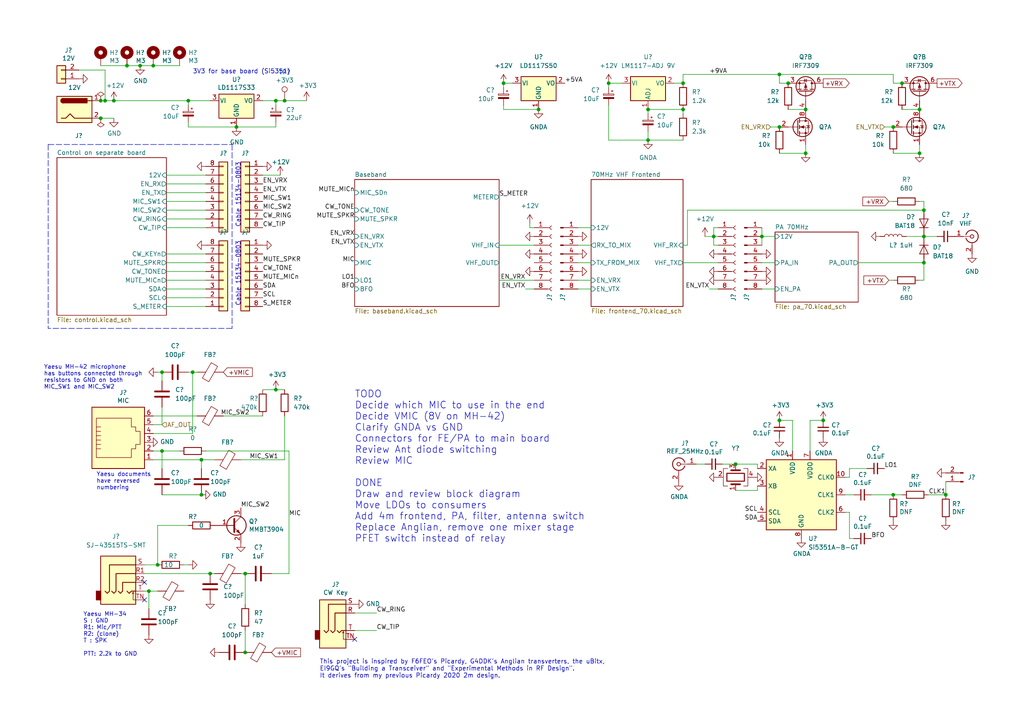
<source format=kicad_sch>
(kicad_sch (version 20211123) (generator eeschema)

  (uuid 7c83c304-769a-4be4-890e-297aba22b5b9)

  (paper "A4")

  (title_block
    (title "DART-70 TRX")
    (date "2023-01-22")
    (rev "0")
    (company "HB9EGM")
    (comment 1 "A 4m Band SSB/CW Transceiver")
  )

  

  (junction (at 29.21 29.21) (diameter 0) (color 0 0 0 0)
    (uuid 0a082e3d-5a37-45bf-9936-1925b33d6b4f)
  )
  (junction (at 228.6 24.13) (diameter 0) (color 0 0 0 0)
    (uuid 0d713598-e0d7-4b64-806d-d27b5ae84128)
  )
  (junction (at 156.21 31.75) (diameter 0) (color 0 0 0 0)
    (uuid 0e896443-97eb-4f57-b4db-382bdbdf63e4)
  )
  (junction (at 259.08 143.51) (diameter 0) (color 0 0 0 0)
    (uuid 11ea7b85-b26d-4a7d-aaed-956352284452)
  )
  (junction (at 40.64 19.05) (diameter 0) (color 0 0 0 0)
    (uuid 130d74aa-cfde-4c45-8bfe-183aacd4590f)
  )
  (junction (at 266.7 44.45) (diameter 0) (color 0 0 0 0)
    (uuid 1379c036-b3e0-455b-b639-0f5dd015d03b)
  )
  (junction (at 198.12 24.13) (diameter 0) (color 0 0 0 0)
    (uuid 13b9a948-b29a-4475-8f42-f20ed3ed1c6a)
  )
  (junction (at 80.01 29.21) (diameter 0) (color 0 0 0 0)
    (uuid 1c29ab88-8089-4a9f-b0ec-e0493fb70d1a)
  )
  (junction (at 33.02 29.21) (diameter 0) (color 0 0 0 0)
    (uuid 1fa90692-7773-42d6-8ba8-8ed55432226b)
  )
  (junction (at 30.48 29.21) (diameter 0) (color 0 0 0 0)
    (uuid 248900dc-9b0b-4fb0-8b44-20e56324d88d)
  )
  (junction (at 29.21 34.29) (diameter 0) (color 0 0 0 0)
    (uuid 2bb5e7ab-7e6e-4e4b-8997-824caea277e9)
  )
  (junction (at 226.06 36.83) (diameter 0) (color 0 0 0 0)
    (uuid 2c691037-8de1-4537-a0ef-41ed59613839)
  )
  (junction (at 187.96 31.75) (diameter 0) (color 0 0 0 0)
    (uuid 398ec90b-61af-4d36-9539-63397d126e21)
  )
  (junction (at 46.99 107.95) (diameter 0) (color 0 0 0 0)
    (uuid 3a352c98-bacc-4de9-b04f-12a570c55e7e)
  )
  (junction (at 226.06 121.92) (diameter 0) (color 0 0 0 0)
    (uuid 3c03082b-2981-4df2-bc33-6ce03d4158b2)
  )
  (junction (at 233.68 44.45) (diameter 0) (color 0 0 0 0)
    (uuid 3fe7be98-f709-408d-a312-564e4532657b)
  )
  (junction (at 238.76 121.92) (diameter 0) (color 0 0 0 0)
    (uuid 4049e650-6035-45af-a547-48a992b127be)
  )
  (junction (at 198.12 31.75) (diameter 0) (color 0 0 0 0)
    (uuid 4242ccf2-3c4d-4a22-8247-2311c54121ff)
  )
  (junction (at 267.97 68.58) (diameter 0) (color 0 0 0 0)
    (uuid 43df9b13-487d-4795-8053-4ad8b2cbb873)
  )
  (junction (at 226.06 21.59) (diameter 0) (color 0 0 0 0)
    (uuid 4750ee37-26c3-426a-a03a-0a50ee4de791)
  )
  (junction (at 36.83 19.05) (diameter 0) (color 0 0 0 0)
    (uuid 48d3528f-d200-4dbf-87c6-2835721afb0e)
  )
  (junction (at 267.97 76.2) (diameter 0) (color 0 0 0 0)
    (uuid 52c182ac-1ae7-47fb-8f27-77f648381fc6)
  )
  (junction (at 54.61 29.21) (diameter 0) (color 0 0 0 0)
    (uuid 547281cc-eb15-43de-9560-1b10e39a19ed)
  )
  (junction (at 233.68 31.75) (diameter 0) (color 0 0 0 0)
    (uuid 5591956a-807b-4208-83a4-6327422e118a)
  )
  (junction (at 45.72 163.83) (diameter 0) (color 0 0 0 0)
    (uuid 5cc7d9f6-bcf8-4ce3-a388-e95342b89483)
  )
  (junction (at 58.42 143.51) (diameter 0) (color 0 0 0 0)
    (uuid 5f16047e-d7f2-44df-91df-e15736d13183)
  )
  (junction (at 55.88 107.95) (diameter 0) (color 0 0 0 0)
    (uuid 6f9ba8f4-4730-4205-80c6-47b34563fe7f)
  )
  (junction (at 58.42 133.35) (diameter 0) (color 0 0 0 0)
    (uuid 7601a94d-f38d-46fb-aa81-cd83d1f218d5)
  )
  (junction (at 80.01 113.03) (diameter 0) (color 0 0 0 0)
    (uuid 8d8cf083-aaf0-416e-8995-e1f2e633279c)
  )
  (junction (at 259.08 36.83) (diameter 0) (color 0 0 0 0)
    (uuid 906f16af-3f1b-4545-bda0-18ebce89ce96)
  )
  (junction (at 146.05 24.13) (diameter 0) (color 0 0 0 0)
    (uuid 91bb5e66-90e9-4aff-b233-5b8d53e4ad1c)
  )
  (junction (at 46.99 130.81) (diameter 0) (color 0 0 0 0)
    (uuid 95e22508-446f-42b3-8914-857b72c3e085)
  )
  (junction (at 267.97 60.96) (diameter 0) (color 0 0 0 0)
    (uuid 97793736-d570-4f2c-8a66-106f7d23b4a8)
  )
  (junction (at 242.57 -71.12) (diameter 0) (color 0 0 0 0)
    (uuid 9a3fa19c-537d-4296-bb63-989030ca8dd5)
  )
  (junction (at 176.53 24.13) (diameter 0) (color 0 0 0 0)
    (uuid a01cdcc4-8ed1-4b36-8702-1b68481a60d9)
  )
  (junction (at 71.12 189.23) (diameter 0) (color 0 0 0 0)
    (uuid a063f253-da0c-4fe6-9200-a1aeca8226ac)
  )
  (junction (at 187.96 40.64) (diameter 0) (color 0 0 0 0)
    (uuid a13e5fb2-5800-4421-9e39-63277f01a71d)
  )
  (junction (at 82.55 29.21) (diameter 0) (color 0 0 0 0)
    (uuid a99cd17b-9938-46df-92bb-88378a42ecd6)
  )
  (junction (at 274.32 143.51) (diameter 0) (color 0 0 0 0)
    (uuid a9fed849-c0d2-45ff-802c-7da3e4c52c0a)
  )
  (junction (at 232.41 -63.5) (diameter 0) (color 0 0 0 0)
    (uuid aeb1da01-4a44-4c30-b05f-9cec7ebba856)
  )
  (junction (at 68.58 36.83) (diameter 0) (color 0 0 0 0)
    (uuid b0c265f7-c716-45d5-8397-630db4d2cf65)
  )
  (junction (at 242.57 -58.42) (diameter 0) (color 0 0 0 0)
    (uuid b80a4902-9741-47e8-9dca-09d8045e2d8b)
  )
  (junction (at 44.45 19.05) (diameter 0) (color 0 0 0 0)
    (uuid d4b4dbc7-e763-47b2-a6cb-b5c021db8bcc)
  )
  (junction (at 43.18 171.45) (diameter 0) (color 0 0 0 0)
    (uuid d4c3f5bf-47cb-4030-92b0-bec21d62f389)
  )
  (junction (at 261.62 24.13) (diameter 0) (color 0 0 0 0)
    (uuid d531b677-92b2-4589-8265-ffb9f0a9f471)
  )
  (junction (at 60.96 166.37) (diameter 0) (color 0 0 0 0)
    (uuid d7ecc3d2-2b6e-4e36-92b9-1b58fb257359)
  )
  (junction (at 71.12 166.37) (diameter 0) (color 0 0 0 0)
    (uuid d9abc64c-b691-4ece-b128-4f1d7b31754f)
  )
  (junction (at 220.98 68.58) (diameter 0) (color 0 0 0 0)
    (uuid e4e1f9d9-3c4f-40b9-b469-d4aa31f8fa0b)
  )
  (junction (at 266.7 31.75) (diameter 0) (color 0 0 0 0)
    (uuid eeabe6f1-2db7-4eed-bd0c-6e41b390284d)
  )
  (junction (at 213.36 134.62) (diameter 0) (color 0 0 0 0)
    (uuid f8c9e2c3-818f-482b-ad48-f9fb56a455b0)
  )
  (junction (at 238.76 -43.18) (diameter 0) (color 0 0 0 0)
    (uuid fce80799-beee-488e-8575-c5bbc1daac9f)
  )
  (junction (at 207.01 68.58) (diameter 0) (color 0 0 0 0)
    (uuid fe103db2-cb49-496f-a97e-9e6a1288beb5)
  )

  (no_connect (at 41.91 173.99) (uuid 891b06d0-7775-40c2-8d16-5452402b91d5))
  (no_connect (at 102.87 185.42) (uuid 9e56fb84-5b0b-47eb-9ee7-e24e7c08829b))
  (no_connect (at 41.91 168.91) (uuid b2135387-8c57-44ac-8ab3-29b54b43f871))

  (wire (pts (xy 29.21 34.29) (xy 33.02 34.29))
    (stroke (width 0) (type default) (color 0 0 0 0))
    (uuid 002154dd-fd21-426e-8f51-d82382197384)
  )
  (wire (pts (xy 71.12 166.37) (xy 71.12 175.26))
    (stroke (width 0) (type default) (color 0 0 0 0))
    (uuid 008a59ee-36fb-4f36-a8b0-5cc99b1e8598)
  )
  (wire (pts (xy 220.98 68.58) (xy 224.79 68.58))
    (stroke (width 0) (type default) (color 0 0 0 0))
    (uuid 01ac92ba-5cd1-46c2-8ba4-cce3dbf5bdfe)
  )
  (wire (pts (xy 48.26 60.96) (xy 59.69 60.96))
    (stroke (width 0) (type default) (color 0 0 0 0))
    (uuid 0491d8a8-2f19-4c01-89d7-89dd7ef9e1cb)
  )
  (wire (pts (xy 246.38 138.43) (xy 245.11 138.43))
    (stroke (width 0) (type default) (color 0 0 0 0))
    (uuid 05f6334e-7131-4999-b788-1681af60d6df)
  )
  (wire (pts (xy 204.47 68.58) (xy 207.01 68.58))
    (stroke (width 0) (type default) (color 0 0 0 0))
    (uuid 083f0ed2-b3a6-4099-9652-454220d86a40)
  )
  (wire (pts (xy 167.64 66.04) (xy 171.45 66.04))
    (stroke (width 0) (type default) (color 0 0 0 0))
    (uuid 087385f5-4257-4376-b1f3-18d9f73513a6)
  )
  (wire (pts (xy 144.78 81.28) (xy 154.94 81.28))
    (stroke (width 0) (type default) (color 0 0 0 0))
    (uuid 093571d4-0ca5-4839-b6c5-46bae251e367)
  )
  (wire (pts (xy 146.05 30.48) (xy 146.05 31.75))
    (stroke (width 0) (type default) (color 0 0 0 0))
    (uuid 0a3a19af-7bfa-4df3-9b73-b98420c4a518)
  )
  (wire (pts (xy 36.83 19.05) (xy 40.64 19.05))
    (stroke (width 0) (type default) (color 0 0 0 0))
    (uuid 0aad0e8d-0747-412b-85ac-039bbac4ff5e)
  )
  (wire (pts (xy 266.7 41.91) (xy 266.7 44.45))
    (stroke (width 0) (type default) (color 0 0 0 0))
    (uuid 0b3a2a48-0270-494e-962a-3658a00a0875)
  )
  (wire (pts (xy 144.78 71.12) (xy 154.94 71.12))
    (stroke (width 0) (type default) (color 0 0 0 0))
    (uuid 0c548c29-4675-455c-b4eb-39554b0e0db8)
  )
  (wire (pts (xy 54.61 29.21) (xy 54.61 30.48))
    (stroke (width 0) (type default) (color 0 0 0 0))
    (uuid 11b5652b-07d3-428f-98d5-c354cf3693b1)
  )
  (wire (pts (xy 267.97 58.42) (xy 266.7 58.42))
    (stroke (width 0) (type default) (color 0 0 0 0))
    (uuid 1365db47-3e50-475d-8b7e-e1db17b616fc)
  )
  (wire (pts (xy 46.99 143.51) (xy 58.42 143.51))
    (stroke (width 0) (type default) (color 0 0 0 0))
    (uuid 158ca0e0-4495-40a4-840e-4638a97400e4)
  )
  (wire (pts (xy 146.05 31.75) (xy 156.21 31.75))
    (stroke (width 0) (type default) (color 0 0 0 0))
    (uuid 160e3a4c-588b-4e79-ac75-f98bf80b7e0b)
  )
  (wire (pts (xy 81.28 50.8) (xy 76.2 50.8))
    (stroke (width 0) (type default) (color 0 0 0 0))
    (uuid 16f4aa89-10b3-4c19-aee2-b110182c6854)
  )
  (wire (pts (xy 80.01 29.21) (xy 82.55 29.21))
    (stroke (width 0) (type default) (color 0 0 0 0))
    (uuid 17ba5b19-2b5b-474e-9c14-1c7d35991587)
  )
  (wire (pts (xy 198.12 31.75) (xy 198.12 33.02))
    (stroke (width 0) (type default) (color 0 0 0 0))
    (uuid 17fc291b-23f9-4de7-9168-978b13dcd03c)
  )
  (wire (pts (xy 59.69 130.81) (xy 83.82 130.81))
    (stroke (width 0) (type default) (color 0 0 0 0))
    (uuid 1870983d-2296-4a85-a2a8-dd30e5c443bf)
  )
  (wire (pts (xy 220.98 83.82) (xy 224.79 83.82))
    (stroke (width 0) (type default) (color 0 0 0 0))
    (uuid 19a6b424-c553-4be2-9c2f-6b5d041d6f35)
  )
  (wire (pts (xy 55.88 125.73) (xy 55.88 107.95))
    (stroke (width 0) (type default) (color 0 0 0 0))
    (uuid 1ad0d821-5483-4b76-bc47-be457278eb28)
  )
  (wire (pts (xy 48.26 88.9) (xy 59.69 88.9))
    (stroke (width 0) (type default) (color 0 0 0 0))
    (uuid 1de35109-2490-47e3-8be5-ab22f13c6848)
  )
  (wire (pts (xy 48.26 50.8) (xy 59.69 50.8))
    (stroke (width 0) (type default) (color 0 0 0 0))
    (uuid 1ef50cec-8701-41c9-a796-aac175c3bcb1)
  )
  (wire (pts (xy 180.34 24.13) (xy 176.53 24.13))
    (stroke (width 0) (type default) (color 0 0 0 0))
    (uuid 2199bdfc-0462-4363-af5e-16d8e19d600a)
  )
  (wire (pts (xy 44.45 120.65) (xy 57.15 120.65))
    (stroke (width 0) (type default) (color 0 0 0 0))
    (uuid 21a31168-6a32-465e-90c5-7054c3746336)
  )
  (wire (pts (xy 207.01 68.58) (xy 207.01 66.04))
    (stroke (width 0) (type default) (color 0 0 0 0))
    (uuid 22dcd381-de7e-4770-b1fc-5b1585b1e01c)
  )
  (wire (pts (xy 152.4 83.82) (xy 154.94 83.82))
    (stroke (width 0) (type default) (color 0 0 0 0))
    (uuid 257ea06f-4fb4-4041-9548-2259364176a6)
  )
  (wire (pts (xy 46.99 130.81) (xy 46.99 135.89))
    (stroke (width 0) (type default) (color 0 0 0 0))
    (uuid 25a98035-fb8e-4ac6-96f3-8f8f72a02b43)
  )
  (wire (pts (xy 54.61 29.21) (xy 60.96 29.21))
    (stroke (width 0) (type default) (color 0 0 0 0))
    (uuid 28eca374-9b5c-4480-a1a6-52ddcbb57db2)
  )
  (wire (pts (xy 245.11 143.51) (xy 247.65 143.51))
    (stroke (width 0) (type default) (color 0 0 0 0))
    (uuid 2a86319a-5a94-4745-ad80-6b5c02f72e82)
  )
  (polyline (pts (xy 67.31 41.91) (xy 67.31 95.25))
    (stroke (width 0) (type default) (color 0 0 0 0))
    (uuid 2df6f517-3da3-4761-bd39-ad71c01eb424)
  )

  (wire (pts (xy 205.74 83.82) (xy 208.28 83.82))
    (stroke (width 0) (type default) (color 0 0 0 0))
    (uuid 2e8990ed-fee4-46e0-a5d6-572eb84d7bbe)
  )
  (wire (pts (xy 187.96 40.64) (xy 198.12 40.64))
    (stroke (width 0) (type default) (color 0 0 0 0))
    (uuid 33f01d9a-6abc-40a9-9b6b-d34bddbf731f)
  )
  (wire (pts (xy 256.54 36.83) (xy 259.08 36.83))
    (stroke (width 0) (type default) (color 0 0 0 0))
    (uuid 345987da-5aa5-4c5e-90e1-ddf0086ed5fb)
  )
  (wire (pts (xy 64.77 120.65) (xy 76.2 120.65))
    (stroke (width 0) (type default) (color 0 0 0 0))
    (uuid 3bf35dfb-9b64-4dae-8540-7e454b1642f9)
  )
  (wire (pts (xy 55.88 107.95) (xy 54.61 107.95))
    (stroke (width 0) (type default) (color 0 0 0 0))
    (uuid 3c9f429a-ce9e-402f-b88c-b98ad5992603)
  )
  (wire (pts (xy 153.67 64.77) (xy 153.67 66.04))
    (stroke (width 0) (type default) (color 0 0 0 0))
    (uuid 3e9b82a4-d9cb-49e4-825f-83213cf846fe)
  )
  (wire (pts (xy 262.89 68.58) (xy 267.97 68.58))
    (stroke (width 0) (type default) (color 0 0 0 0))
    (uuid 3eb66799-e8b0-416b-a9e5-17fd18188e1b)
  )
  (wire (pts (xy 48.26 53.34) (xy 59.69 53.34))
    (stroke (width 0) (type default) (color 0 0 0 0))
    (uuid 3f726201-a2b0-494c-bb67-0bed26cc560f)
  )
  (wire (pts (xy 55.88 107.95) (xy 57.15 107.95))
    (stroke (width 0) (type default) (color 0 0 0 0))
    (uuid 434a04ca-5f35-4180-ace6-acf8d38aeef3)
  )
  (wire (pts (xy 195.58 24.13) (xy 198.12 24.13))
    (stroke (width 0) (type default) (color 0 0 0 0))
    (uuid 4435e8ff-b63e-4b32-81db-49caa0dd6c5f)
  )
  (wire (pts (xy 48.26 55.88) (xy 59.69 55.88))
    (stroke (width 0) (type default) (color 0 0 0 0))
    (uuid 475d7116-2e26-4a72-942e-766ab472ca0d)
  )
  (wire (pts (xy 198.12 21.59) (xy 198.12 24.13))
    (stroke (width 0) (type default) (color 0 0 0 0))
    (uuid 4c57c394-f97c-4a0b-80d4-0b5157781c3b)
  )
  (wire (pts (xy 199.39 60.96) (xy 267.97 60.96))
    (stroke (width 0) (type default) (color 0 0 0 0))
    (uuid 4cb05072-e4ec-4ace-9793-ec8663b33a48)
  )
  (wire (pts (xy 261.62 31.75) (xy 266.7 31.75))
    (stroke (width 0) (type default) (color 0 0 0 0))
    (uuid 4d5acc98-17ff-4e60-af52-349a1269dddf)
  )
  (wire (pts (xy 254 -58.42) (xy 254 -68.58))
    (stroke (width 0) (type default) (color 0 0 0 0))
    (uuid 51a3f919-4f6b-4c1a-9e4b-219d7ae9f12e)
  )
  (wire (pts (xy 220.98 66.04) (xy 220.98 68.58))
    (stroke (width 0) (type default) (color 0 0 0 0))
    (uuid 51ff27b9-f9f9-45f2-b9f3-2b930513405d)
  )
  (wire (pts (xy 167.64 81.28) (xy 171.45 81.28))
    (stroke (width 0) (type default) (color 0 0 0 0))
    (uuid 52d9d6dd-4266-418b-bf9a-446977053e6f)
  )
  (wire (pts (xy 48.26 78.74) (xy 59.69 78.74))
    (stroke (width 0) (type default) (color 0 0 0 0))
    (uuid 56cb3f92-2c0e-42ee-84b9-de64810b5c8d)
  )
  (wire (pts (xy 29.21 19.05) (xy 36.83 19.05))
    (stroke (width 0) (type default) (color 0 0 0 0))
    (uuid 579d81c4-8fa6-40d5-b99a-d160787b45b9)
  )
  (wire (pts (xy 80.01 113.03) (xy 76.2 113.03))
    (stroke (width 0) (type default) (color 0 0 0 0))
    (uuid 5ce79a04-245c-4090-bc67-097c17a5dc6e)
  )
  (wire (pts (xy 259.08 21.59) (xy 226.06 21.59))
    (stroke (width 0) (type default) (color 0 0 0 0))
    (uuid 5ea05504-bb96-4847-90cf-26cb1afd4244)
  )
  (wire (pts (xy 33.02 29.21) (xy 54.61 29.21))
    (stroke (width 0) (type default) (color 0 0 0 0))
    (uuid 6465c817-6f2e-4e62-ac9d-f9a1d93df9e1)
  )
  (wire (pts (xy 251.46 135.89) (xy 246.38 135.89))
    (stroke (width 0) (type default) (color 0 0 0 0))
    (uuid 64e90390-0f4c-4cc1-bafa-363ce23516e9)
  )
  (wire (pts (xy 46.99 130.81) (xy 52.07 130.81))
    (stroke (width 0) (type default) (color 0 0 0 0))
    (uuid 6528e072-e372-41fe-aa77-610053232b9e)
  )
  (wire (pts (xy 264.16 -64.77) (xy 264.16 -58.42))
    (stroke (width 0) (type default) (color 0 0 0 0))
    (uuid 65756912-fb86-4307-8753-f20d3967afa2)
  )
  (wire (pts (xy 246.38 156.21) (xy 246.38 148.59))
    (stroke (width 0) (type default) (color 0 0 0 0))
    (uuid 65dd0601-a23d-4c5d-b924-966fc498cbfc)
  )
  (wire (pts (xy 257.81 81.28) (xy 259.08 81.28))
    (stroke (width 0) (type default) (color 0 0 0 0))
    (uuid 65fd1318-4897-4656-baf4-cc1aa4efc50e)
  )
  (wire (pts (xy 233.68 44.45) (xy 226.06 44.45))
    (stroke (width 0) (type default) (color 0 0 0 0))
    (uuid 67fd7240-7a2e-4504-8c70-47b3112c634e)
  )
  (wire (pts (xy 246.38 148.59) (xy 245.11 148.59))
    (stroke (width 0) (type default) (color 0 0 0 0))
    (uuid 699bee8c-8bc3-4aa6-b4ed-0aa4d255078a)
  )
  (wire (pts (xy 234.95 121.92) (xy 234.95 130.81))
    (stroke (width 0) (type default) (color 0 0 0 0))
    (uuid 6b09c60c-c53b-47dd-b8b8-94f682cd2086)
  )
  (wire (pts (xy 48.26 81.28) (xy 59.69 81.28))
    (stroke (width 0) (type default) (color 0 0 0 0))
    (uuid 6c2583d2-6254-4856-a6b8-160d5f6a3f99)
  )
  (wire (pts (xy 207.01 71.12) (xy 207.01 68.58))
    (stroke (width 0) (type default) (color 0 0 0 0))
    (uuid 71e59ea6-1d95-41dd-aaff-b947e8d6629b)
  )
  (wire (pts (xy 43.18 171.45) (xy 45.72 171.45))
    (stroke (width 0) (type default) (color 0 0 0 0))
    (uuid 735e33ba-0601-4acb-983d-1656020ec14e)
  )
  (wire (pts (xy 259.08 24.13) (xy 261.62 24.13))
    (stroke (width 0) (type default) (color 0 0 0 0))
    (uuid 73697aae-1f79-401a-bdaa-9ebc2f2340de)
  )
  (wire (pts (xy 146.05 24.13) (xy 146.05 25.4))
    (stroke (width 0) (type default) (color 0 0 0 0))
    (uuid 7471700d-9a5d-406e-b9fc-bdeed49379fa)
  )
  (wire (pts (xy 30.48 29.21) (xy 33.02 29.21))
    (stroke (width 0) (type default) (color 0 0 0 0))
    (uuid 74760d5b-303c-4603-ac2e-6b5209546581)
  )
  (wire (pts (xy 167.64 76.2) (xy 171.45 76.2))
    (stroke (width 0) (type default) (color 0 0 0 0))
    (uuid 7887f659-7796-4d20-b8ec-45fe37db4d3b)
  )
  (wire (pts (xy 83.82 166.37) (xy 83.82 130.81))
    (stroke (width 0) (type default) (color 0 0 0 0))
    (uuid 797fc097-40b2-4b52-9419-f36210a6f13e)
  )
  (wire (pts (xy 22.86 20.32) (xy 30.48 20.32))
    (stroke (width 0) (type default) (color 0 0 0 0))
    (uuid 79aced1b-30d4-4883-86bf-8a38d664736a)
  )
  (wire (pts (xy 252.73 143.51) (xy 259.08 143.51))
    (stroke (width 0) (type default) (color 0 0 0 0))
    (uuid 7d4200e5-e280-4699-af56-048ba84247d3)
  )
  (wire (pts (xy 46.99 118.11) (xy 46.99 123.19))
    (stroke (width 0) (type default) (color 0 0 0 0))
    (uuid 7d8f59be-6dad-44f9-9b4e-0c7978f1e30d)
  )
  (wire (pts (xy 46.99 107.95) (xy 45.72 107.95))
    (stroke (width 0) (type default) (color 0 0 0 0))
    (uuid 7db46f4d-dc81-45cb-a2f4-20f1f9739ff2)
  )
  (wire (pts (xy 62.23 166.37) (xy 60.96 166.37))
    (stroke (width 0) (type default) (color 0 0 0 0))
    (uuid 7fcd6903-4017-464e-a708-1e51b67dd39f)
  )
  (wire (pts (xy 259.08 58.42) (xy 257.81 58.42))
    (stroke (width 0) (type default) (color 0 0 0 0))
    (uuid 8025fc94-e615-4b56-8bf2-4787b89136f5)
  )
  (wire (pts (xy 198.12 76.2) (xy 208.28 76.2))
    (stroke (width 0) (type default) (color 0 0 0 0))
    (uuid 80c9eaaa-abb4-4304-825a-1964608b4c6b)
  )
  (wire (pts (xy 153.67 66.04) (xy 154.94 66.04))
    (stroke (width 0) (type default) (color 0 0 0 0))
    (uuid 814385ff-48a3-478a-9a33-47cb468f9486)
  )
  (polyline (pts (xy 13.97 41.91) (xy 13.97 95.25))
    (stroke (width 0) (type default) (color 0 0 0 0))
    (uuid 834eed63-98bc-4692-be8a-6868d5c838d4)
  )

  (wire (pts (xy 48.26 66.04) (xy 59.69 66.04))
    (stroke (width 0) (type default) (color 0 0 0 0))
    (uuid 836458d9-8a3b-4d53-aaf1-9cc6ec2305f2)
  )
  (wire (pts (xy 58.42 133.35) (xy 62.23 133.35))
    (stroke (width 0) (type default) (color 0 0 0 0))
    (uuid 87f516d2-d735-4581-8e73-4e729efd87ba)
  )
  (wire (pts (xy 69.85 133.35) (xy 82.55 133.35))
    (stroke (width 0) (type default) (color 0 0 0 0))
    (uuid 8b538a9f-9402-415e-ad6a-b4f61953dc74)
  )
  (wire (pts (xy 48.26 86.36) (xy 59.69 86.36))
    (stroke (width 0) (type default) (color 0 0 0 0))
    (uuid 8c8438c2-dfb5-4131-857c-1ad8997220ea)
  )
  (wire (pts (xy 247.65 156.21) (xy 246.38 156.21))
    (stroke (width 0) (type default) (color 0 0 0 0))
    (uuid 8e0abe23-8e7e-48a9-af11-f26197bd8fbf)
  )
  (wire (pts (xy 44.45 125.73) (xy 55.88 125.73))
    (stroke (width 0) (type default) (color 0 0 0 0))
    (uuid 8f3b97a5-e26f-412d-826e-78bbaa8f51aa)
  )
  (wire (pts (xy 176.53 30.48) (xy 176.53 40.64))
    (stroke (width 0) (type default) (color 0 0 0 0))
    (uuid 8f5c2a3a-b2da-434e-8810-9da52a5e413a)
  )
  (wire (pts (xy 71.12 182.88) (xy 71.12 189.23))
    (stroke (width 0) (type default) (color 0 0 0 0))
    (uuid 91c438b1-678d-4a85-be0e-771bfbc58931)
  )
  (wire (pts (xy 228.6 31.75) (xy 233.68 31.75))
    (stroke (width 0) (type default) (color 0 0 0 0))
    (uuid 92dfb53a-5556-47b1-8088-214aebbc803d)
  )
  (wire (pts (xy 46.99 107.95) (xy 46.99 110.49))
    (stroke (width 0) (type default) (color 0 0 0 0))
    (uuid 93047e1e-286b-4665-a58a-4865955ff500)
  )
  (wire (pts (xy 207.01 66.04) (xy 208.28 66.04))
    (stroke (width 0) (type default) (color 0 0 0 0))
    (uuid 9991203b-a07d-48db-9b05-ed716414c92f)
  )
  (wire (pts (xy 54.61 35.56) (xy 54.61 36.83))
    (stroke (width 0) (type default) (color 0 0 0 0))
    (uuid 99f8394d-1325-4f0e-9ed0-19dceab6e1f9)
  )
  (wire (pts (xy 242.57 -58.42) (xy 238.76 -58.42))
    (stroke (width 0) (type default) (color 0 0 0 0))
    (uuid 9c52eb74-b8c8-4100-b844-c9be7c6d511d)
  )
  (wire (pts (xy 238.76 -43.18) (xy 238.76 -46.99))
    (stroke (width 0) (type default) (color 0 0 0 0))
    (uuid 9c9d09c2-fbb3-42fd-8022-a7107b60bdef)
  )
  (wire (pts (xy 238.76 121.92) (xy 234.95 121.92))
    (stroke (width 0) (type default) (color 0 0 0 0))
    (uuid 9d3a7a2b-8bae-4d82-8634-16a99f57e389)
  )
  (wire (pts (xy 44.45 130.81) (xy 46.99 130.81))
    (stroke (width 0) (type default) (color 0 0 0 0))
    (uuid 9f4d8704-0849-4b98-9b4c-c8bbb0f9f5ce)
  )
  (wire (pts (xy 223.52 36.83) (xy 226.06 36.83))
    (stroke (width 0) (type default) (color 0 0 0 0))
    (uuid a057c374-c462-4764-bd16-2c00eef92afa)
  )
  (wire (pts (xy 242.57 -68.58) (xy 242.57 -71.12))
    (stroke (width 0) (type default) (color 0 0 0 0))
    (uuid a15bb254-7167-427e-9ec3-c4abcf53e5b1)
  )
  (wire (pts (xy 102.87 177.8) (xy 109.22 177.8))
    (stroke (width 0) (type default) (color 0 0 0 0))
    (uuid a1abde39-78d5-402d-bb1c-75243c61d29b)
  )
  (wire (pts (xy 48.26 58.42) (xy 59.69 58.42))
    (stroke (width 0) (type default) (color 0 0 0 0))
    (uuid a2c10dec-c0b0-471a-b75e-c1a8452900c1)
  )
  (wire (pts (xy 220.98 68.58) (xy 220.98 71.12))
    (stroke (width 0) (type default) (color 0 0 0 0))
    (uuid a40b6a6f-dc57-45f8-9beb-e6dbac2dd670)
  )
  (wire (pts (xy 238.76 -54.61) (xy 238.76 -58.42))
    (stroke (width 0) (type default) (color 0 0 0 0))
    (uuid a5d8fc97-d7c1-4797-9d4b-768d4ee7add9)
  )
  (wire (pts (xy 69.85 166.37) (xy 71.12 166.37))
    (stroke (width 0) (type default) (color 0 0 0 0))
    (uuid a5f4f26e-4b82-496f-b7bb-4ed4211f8100)
  )
  (wire (pts (xy 54.61 36.83) (xy 68.58 36.83))
    (stroke (width 0) (type default) (color 0 0 0 0))
    (uuid a69bb6f5-978b-49bb-9446-4ec9cfe4501e)
  )
  (wire (pts (xy 246.38 -43.18) (xy 238.76 -43.18))
    (stroke (width 0) (type default) (color 0 0 0 0))
    (uuid a731f80a-972f-45de-8f8a-42b0b7414eea)
  )
  (wire (pts (xy 259.08 21.59) (xy 259.08 24.13))
    (stroke (width 0) (type default) (color 0 0 0 0))
    (uuid a7349b87-3477-4ba5-bc62-3587f94ab817)
  )
  (wire (pts (xy 267.97 58.42) (xy 267.97 60.96))
    (stroke (width 0) (type default) (color 0 0 0 0))
    (uuid a8465ca8-68f9-4eee-904b-5bbfa483a6ff)
  )
  (wire (pts (xy 43.18 176.53) (xy 43.18 171.45))
    (stroke (width 0) (type default) (color 0 0 0 0))
    (uuid a8d341ec-3332-4d82-8a1f-e52e32f564f1)
  )
  (wire (pts (xy 88.9 29.21) (xy 82.55 29.21))
    (stroke (width 0) (type default) (color 0 0 0 0))
    (uuid a93dd5f3-ded3-42da-9f3d-78740a5a5bff)
  )
  (wire (pts (xy 48.26 83.82) (xy 59.69 83.82))
    (stroke (width 0) (type default) (color 0 0 0 0))
    (uuid ac0ae1b6-d482-4675-aec8-4c2f8c7318db)
  )
  (wire (pts (xy 226.06 21.59) (xy 198.12 21.59))
    (stroke (width 0) (type default) (color 0 0 0 0))
    (uuid ad76707e-1f2e-4941-86a0-50951acd24bc)
  )
  (wire (pts (xy 176.53 40.64) (xy 187.96 40.64))
    (stroke (width 0) (type default) (color 0 0 0 0))
    (uuid aed0a299-8aa6-4a50-b993-c38efe5fdd7a)
  )
  (wire (pts (xy 176.53 24.13) (xy 176.53 25.4))
    (stroke (width 0) (type default) (color 0 0 0 0))
    (uuid b1ea2466-2371-4b96-9289-6c42e0f0b899)
  )
  (wire (pts (xy 208.28 68.58) (xy 207.01 68.58))
    (stroke (width 0) (type default) (color 0 0 0 0))
    (uuid b2567046-fd9d-4b4e-9692-c6e5bb919428)
  )
  (polyline (pts (xy 13.97 41.91) (xy 67.31 41.91))
    (stroke (width 0) (type default) (color 0 0 0 0))
    (uuid b3f67849-c79e-4262-b803-d461d1887604)
  )
  (polyline (pts (xy 67.31 95.25) (xy 13.97 95.25))
    (stroke (width 0) (type default) (color 0 0 0 0))
    (uuid b415a656-e3e5-4629-aa6c-6a23a847c576)
  )

  (wire (pts (xy 266.7 44.45) (xy 259.08 44.45))
    (stroke (width 0) (type default) (color 0 0 0 0))
    (uuid b5cbe891-dcdf-4951-8f0a-b2c28e4293cd)
  )
  (wire (pts (xy 199.39 60.96) (xy 199.39 71.12))
    (stroke (width 0) (type default) (color 0 0 0 0))
    (uuid b7171b4c-eca6-40ec-b421-389a14cba197)
  )
  (wire (pts (xy 48.26 63.5) (xy 59.69 63.5))
    (stroke (width 0) (type default) (color 0 0 0 0))
    (uuid bb13b6c6-7b88-4971-969d-518c0a6e43cc)
  )
  (wire (pts (xy 226.06 24.13) (xy 228.6 24.13))
    (stroke (width 0) (type default) (color 0 0 0 0))
    (uuid bb78f99c-6783-4afe-a661-68817d4180ab)
  )
  (wire (pts (xy 246.38 135.89) (xy 246.38 138.43))
    (stroke (width 0) (type default) (color 0 0 0 0))
    (uuid bcb20d96-4c0e-4c98-a263-0cdd41ab15e5)
  )
  (wire (pts (xy 187.96 38.1) (xy 187.96 40.64))
    (stroke (width 0) (type default) (color 0 0 0 0))
    (uuid bda7a16e-b931-4d51-b769-ff5809beef5f)
  )
  (wire (pts (xy 199.39 71.12) (xy 198.12 71.12))
    (stroke (width 0) (type default) (color 0 0 0 0))
    (uuid be34fe28-91db-4153-a910-bbfafd34e127)
  )
  (wire (pts (xy 41.91 163.83) (xy 45.72 163.83))
    (stroke (width 0) (type default) (color 0 0 0 0))
    (uuid bf7e6467-20df-4f97-b158-e22e9c63a13b)
  )
  (wire (pts (xy 234.95 -63.5) (xy 232.41 -63.5))
    (stroke (width 0) (type default) (color 0 0 0 0))
    (uuid c0a01a64-7d1b-472d-8880-567c93d125ef)
  )
  (wire (pts (xy 267.97 76.2) (xy 267.97 81.28))
    (stroke (width 0) (type default) (color 0 0 0 0))
    (uuid c23728ce-bdd5-4da9-b0f8-75fac060a96d)
  )
  (wire (pts (xy 229.87 121.92) (xy 229.87 130.81))
    (stroke (width 0) (type default) (color 0 0 0 0))
    (uuid c24d03f2-5bff-4d74-88e5-481cd2f1e035)
  )
  (wire (pts (xy 43.18 171.45) (xy 41.91 171.45))
    (stroke (width 0) (type default) (color 0 0 0 0))
    (uuid c2bffc4c-3205-4eb4-b359-339ae5964aa6)
  )
  (wire (pts (xy 269.24 -60.96) (xy 269.24 -58.42))
    (stroke (width 0) (type default) (color 0 0 0 0))
    (uuid c353b884-bf6e-4195-82d9-6e347a13f8f2)
  )
  (wire (pts (xy 41.91 166.37) (xy 60.96 166.37))
    (stroke (width 0) (type default) (color 0 0 0 0))
    (uuid c36a02cf-e3ab-41a0-a53f-62781e2f4d5a)
  )
  (wire (pts (xy 274.32 143.51) (xy 274.32 139.7))
    (stroke (width 0) (type default) (color 0 0 0 0))
    (uuid c48e879f-0b64-4f86-a8cf-003dbff29c4e)
  )
  (wire (pts (xy 82.55 113.03) (xy 80.01 113.03))
    (stroke (width 0) (type default) (color 0 0 0 0))
    (uuid c61ce38f-16a2-4f9d-a5dc-c559fb6d9c70)
  )
  (wire (pts (xy 261.62 143.51) (xy 259.08 143.51))
    (stroke (width 0) (type default) (color 0 0 0 0))
    (uuid cbbfb5e5-7e85-4367-b6a7-9b21fc6d9e17)
  )
  (wire (pts (xy 213.36 142.24) (xy 219.71 142.24))
    (stroke (width 0) (type default) (color 0 0 0 0))
    (uuid cc89f37d-2221-4ee8-a763-21432c733f93)
  )
  (wire (pts (xy 76.2 29.21) (xy 80.01 29.21))
    (stroke (width 0) (type default) (color 0 0 0 0))
    (uuid cdc3b2bb-9f60-476c-ac94-bf550b6e7b5e)
  )
  (wire (pts (xy 233.68 41.91) (xy 233.68 44.45))
    (stroke (width 0) (type default) (color 0 0 0 0))
    (uuid cdf8245b-2e03-441d-8536-8e14a3d0d2ff)
  )
  (wire (pts (xy 226.06 121.92) (xy 229.87 121.92))
    (stroke (width 0) (type default) (color 0 0 0 0))
    (uuid ceb52c7a-a12c-449a-be98-109b3a3bd409)
  )
  (wire (pts (xy 29.21 29.21) (xy 30.48 29.21))
    (stroke (width 0) (type default) (color 0 0 0 0))
    (uuid d18620ef-44b4-47e8-b939-bb0398e91c85)
  )
  (wire (pts (xy 54.61 152.4) (xy 45.72 152.4))
    (stroke (width 0) (type default) (color 0 0 0 0))
    (uuid d1ce4cd2-0109-47a9-93f8-38c475604c2d)
  )
  (wire (pts (xy 78.74 166.37) (xy 83.82 166.37))
    (stroke (width 0) (type default) (color 0 0 0 0))
    (uuid d3155823-164e-414b-a9b1-daa66df8bb6f)
  )
  (wire (pts (xy 208.28 71.12) (xy 207.01 71.12))
    (stroke (width 0) (type default) (color 0 0 0 0))
    (uuid d4867c18-2716-4853-ab72-4df6a9980642)
  )
  (wire (pts (xy 219.71 134.62) (xy 219.71 135.89))
    (stroke (width 0) (type default) (color 0 0 0 0))
    (uuid d51dda35-7a1a-4d41-817a-7bb1f7f6ffd4)
  )
  (wire (pts (xy 40.64 19.05) (xy 44.45 19.05))
    (stroke (width 0) (type default) (color 0 0 0 0))
    (uuid d5d26400-826e-40a5-a7b1-6a9ebbaedfb4)
  )
  (wire (pts (xy 271.78 68.58) (xy 267.97 68.58))
    (stroke (width 0) (type default) (color 0 0 0 0))
    (uuid d62cfc4c-5e25-471a-be1e-d5cbaecce182)
  )
  (wire (pts (xy 48.26 76.2) (xy 59.69 76.2))
    (stroke (width 0) (type default) (color 0 0 0 0))
    (uuid d7523127-343f-4298-b5c8-80c9ba468cc7)
  )
  (wire (pts (xy 229.87 -63.5) (xy 232.41 -63.5))
    (stroke (width 0) (type default) (color 0 0 0 0))
    (uuid d77b5383-1057-41f7-a864-97b50dcdeb67)
  )
  (wire (pts (xy 44.45 133.35) (xy 58.42 133.35))
    (stroke (width 0) (type default) (color 0 0 0 0))
    (uuid d930fc96-8b75-40b5-9ee9-57e99b4b1e79)
  )
  (wire (pts (xy 246.38 -58.42) (xy 242.57 -58.42))
    (stroke (width 0) (type default) (color 0 0 0 0))
    (uuid db017b0a-0353-497a-a563-8390daa5d431)
  )
  (wire (pts (xy 48.26 73.66) (xy 59.69 73.66))
    (stroke (width 0) (type default) (color 0 0 0 0))
    (uuid dc5747ab-76be-4b9c-9c8e-2d26c29683ce)
  )
  (wire (pts (xy 146.05 24.13) (xy 148.59 24.13))
    (stroke (width 0) (type default) (color 0 0 0 0))
    (uuid dd927172-6a9a-406f-a951-4e7f78cebb7b)
  )
  (wire (pts (xy 82.55 133.35) (xy 82.55 120.65))
    (stroke (width 0) (type default) (color 0 0 0 0))
    (uuid df575995-d075-4197-ae4c-3185311de64f)
  )
  (wire (pts (xy 44.45 19.05) (xy 52.07 19.05))
    (stroke (width 0) (type default) (color 0 0 0 0))
    (uuid dfd58d9e-0c03-4a20-9983-0d32c26093d8)
  )
  (wire (pts (xy 58.42 133.35) (xy 58.42 135.89))
    (stroke (width 0) (type default) (color 0 0 0 0))
    (uuid e0e72379-6e51-47d2-a002-fae952c661a9)
  )
  (wire (pts (xy 248.92 76.2) (xy 267.97 76.2))
    (stroke (width 0) (type default) (color 0 0 0 0))
    (uuid e179afbd-6a5a-42a9-b8c9-98a642ddd3c2)
  )
  (wire (pts (xy 68.58 36.83) (xy 80.01 36.83))
    (stroke (width 0) (type default) (color 0 0 0 0))
    (uuid e264f0d9-6386-4838-a810-81df8032f681)
  )
  (wire (pts (xy 30.48 20.32) (xy 30.48 29.21))
    (stroke (width 0) (type default) (color 0 0 0 0))
    (uuid e49f1b40-a83b-4b72-93d7-dd44349357c4)
  )
  (wire (pts (xy 102.87 182.88) (xy 109.22 182.88))
    (stroke (width 0) (type default) (color 0 0 0 0))
    (uuid e7ac32f0-5e71-4c65-ac6f-730f4731f5f7)
  )
  (wire (pts (xy 274.32 143.51) (xy 269.24 143.51))
    (stroke (width 0) (type default) (color 0 0 0 0))
    (uuid ea6f4611-7eac-4b21-b232-fff65a738b95)
  )
  (wire (pts (xy 209.55 134.62) (xy 213.36 134.62))
    (stroke (width 0) (type default) (color 0 0 0 0))
    (uuid ea97e745-2bac-4983-a78b-499e0f8d7b6d)
  )
  (wire (pts (xy 242.57 -71.12) (xy 232.41 -71.12))
    (stroke (width 0) (type default) (color 0 0 0 0))
    (uuid eb3550c5-55d7-4b5a-8fbc-509d8db76263)
  )
  (wire (pts (xy 187.96 31.75) (xy 198.12 31.75))
    (stroke (width 0) (type default) (color 0 0 0 0))
    (uuid eb9b3733-e4ec-4731-87f1-5f6fd8f11a68)
  )
  (wire (pts (xy 43.18 128.27) (xy 44.45 128.27))
    (stroke (width 0) (type default) (color 0 0 0 0))
    (uuid ec10280c-9e34-42b3-afb8-448fcc7ca9a8)
  )
  (wire (pts (xy 53.34 163.83) (xy 54.61 163.83))
    (stroke (width 0) (type default) (color 0 0 0 0))
    (uuid ec3f3094-faf1-4e21-bd96-d842704479de)
  )
  (wire (pts (xy 220.98 76.2) (xy 224.79 76.2))
    (stroke (width 0) (type default) (color 0 0 0 0))
    (uuid ec9ab5ce-9c00-44e5-a77e-bb465908cae4)
  )
  (wire (pts (xy 167.64 71.12) (xy 171.45 71.12))
    (stroke (width 0) (type default) (color 0 0 0 0))
    (uuid ecfe8984-0282-4208-8f3d-aa8b3adb9dd8)
  )
  (wire (pts (xy 46.99 123.19) (xy 44.45 123.19))
    (stroke (width 0) (type default) (color 0 0 0 0))
    (uuid ef395171-d5fe-4691-885b-3c26155b5309)
  )
  (wire (pts (xy 45.72 152.4) (xy 45.72 163.83))
    (stroke (width 0) (type default) (color 0 0 0 0))
    (uuid f142e195-1e8c-4d80-b290-cc6d513aa04c)
  )
  (wire (pts (xy 204.47 134.62) (xy 201.93 134.62))
    (stroke (width 0) (type default) (color 0 0 0 0))
    (uuid f38fd353-54b3-403a-9387-7ff36888e6a9)
  )
  (wire (pts (xy 213.36 134.62) (xy 219.71 134.62))
    (stroke (width 0) (type default) (color 0 0 0 0))
    (uuid f7008c47-327e-4961-9c20-bbaf09b0d636)
  )
  (wire (pts (xy 219.71 142.24) (xy 219.71 140.97))
    (stroke (width 0) (type default) (color 0 0 0 0))
    (uuid f841e691-04bf-4057-bcb4-476ba3910c05)
  )
  (wire (pts (xy 167.64 83.82) (xy 171.45 83.82))
    (stroke (width 0) (type default) (color 0 0 0 0))
    (uuid f9b69a05-45f9-4bdb-aa7e-f2da8c731fea)
  )
  (wire (pts (xy 266.7 81.28) (xy 267.97 81.28))
    (stroke (width 0) (type default) (color 0 0 0 0))
    (uuid fa186e4d-5679-4648-97be-d46dd5fe54d1)
  )
  (wire (pts (xy 80.01 35.56) (xy 80.01 36.83))
    (stroke (width 0) (type default) (color 0 0 0 0))
    (uuid fc244ca3-4412-44ac-b1f3-44d00d15b5ac)
  )
  (wire (pts (xy 187.96 31.75) (xy 187.96 33.02))
    (stroke (width 0) (type default) (color 0 0 0 0))
    (uuid fc4a7459-1bb4-4226-8823-ec552cb8417e)
  )
  (wire (pts (xy 226.06 21.59) (xy 226.06 24.13))
    (stroke (width 0) (type default) (color 0 0 0 0))
    (uuid fe8a3f3f-3126-421d-b59c-37217ed6f49c)
  )
  (wire (pts (xy 80.01 29.21) (xy 80.01 30.48))
    (stroke (width 0) (type default) (color 0 0 0 0))
    (uuid ffb99ea8-48c3-486c-94d4-7034e45d57f7)
  )

  (text "Cable 15134-0803" (at 69.85 88.9 90)
    (effects (font (size 1.27 1.27)) (justify left bottom))
    (uuid 0929caf6-d906-41f2-ac17-e9ad4d47086b)
  )
  (text "Yaesu documents\nhave reversed\nnumbering" (at 27.94 142.24 0)
    (effects (font (size 1.1938 1.1938)) (justify left bottom))
    (uuid 678726a0-e1b2-468e-8fc5-d1abab7c4bd5)
  )
  (text "Yaesu MH-34\nS : GND\nR1: Mic/PTT\nR2: (clone)\nT : SPK\n\nPTT: 2.2k to GND"
    (at 24.13 190.5 0)
    (effects (font (size 1.1938 1.1938)) (justify left bottom))
    (uuid aa6d67fe-cd8b-468d-8447-611ba063ffe2)
  )
  (text "TODO\nDecide which MIC to use in the end\nDecide VMIC (8V on MH-42)\nClarify GNDA vs GND\nConnectors for FE/PA to main board\nReview Ant diode switching\nReview MIC\n\nDONE\nDraw and review block diagram\nMove LDOs to consumers\nAdd 4m frontend, PA, filter, antenna switch\nReplace Anglian, remove one mixer stage\nPFET switch instead of relay\n"
    (at 102.87 157.48 0)
    (effects (font (size 2 2)) (justify left bottom))
    (uuid bb2e7fd8-c90d-4499-afb3-dd966ff449a9)
  )
  (text "This project is inspired by F6FEO's Picardy, G4DDK's Anglian transverters, the uBitx,\nEI9GQ's \"Building a Transceiver\" and \"Experimental Methods in RF Design\".\nIt derives from my previous Picardy 2020 2m design."
    (at 92.71 196.85 0)
    (effects (font (size 1.27 1.27)) (justify left bottom))
    (uuid cc99dfff-7e1c-41c9-90b0-50846ceea0a1)
  )
  (text "3V3 for base board (Si5351)" (at 55.88 21.59 0)
    (effects (font (size 1.27 1.27)) (justify left bottom))
    (uuid f4edd5b2-72b4-45e8-b62f-fa9fad300bad)
  )
  (text "Yaesu MH-42 microphone\nhas buttons connected through\nresistors to GND on both\nMIC_SW1 and MIC_SW2"
    (at 12.7 113.03 0)
    (effects (font (size 1.1938 1.1938)) (justify left bottom))
    (uuid f675e6d6-b681-4eab-99eb-37d1d3a7bcff)
  )
  (text "Cable 15134-0803" (at 69.85 66.04 90)
    (effects (font (size 1.27 1.27)) (justify left bottom))
    (uuid f8c7090b-f4e5-4157-b560-7282b4d81d8e)
  )

  (label "+9VA" (at 205.74 21.59 0)
    (effects (font (size 1.27 1.27)) (justify left bottom))
    (uuid 00bb6864-ec12-4888-8ef6-77b5d0147170)
  )
  (label "MUTE_SPKR" (at 102.87 63.5 180)
    (effects (font (size 1.27 1.27)) (justify right bottom))
    (uuid 10ecb4f6-1aa0-4bb6-9292-a41f98c2c4be)
  )
  (label "MUTE_SPKR" (at 76.2 76.2 0)
    (effects (font (size 1.27 1.27)) (justify left bottom))
    (uuid 25d8a29b-1d62-4e5e-838b-90cab71379a3)
  )
  (label "EN_VTX" (at 152.4 83.82 180)
    (effects (font (size 1.27 1.27)) (justify right bottom))
    (uuid 2a1445c0-3ee8-4e0d-b2b5-fefc03020288)
  )
  (label "CLK1" (at 274.32 143.51 180)
    (effects (font (size 1.27 1.27)) (justify right bottom))
    (uuid 37559495-9dfc-4a54-80ee-fad84f20dc2a)
  )
  (label "SCL" (at 76.2 86.36 0)
    (effects (font (size 1.27 1.27)) (justify left bottom))
    (uuid 38bd102f-633a-4953-97ad-13bc577149af)
  )
  (label "SDA" (at 219.71 151.13 180)
    (effects (font (size 1.27 1.27)) (justify right bottom))
    (uuid 3e13cb83-601f-443a-a951-e96035da31e7)
  )
  (label "S_METER" (at 144.78 57.15 0)
    (effects (font (size 1.27 1.27)) (justify left bottom))
    (uuid 42fe334b-1232-42a3-a03d-f75ff3395eed)
  )
  (label "CW_TONE" (at 76.2 78.74 0)
    (effects (font (size 1.27 1.27)) (justify left bottom))
    (uuid 4f38806e-27a2-4e9b-a534-669dcc89990b)
  )
  (label "EN_VRX" (at 76.2 53.34 0)
    (effects (font (size 1.27 1.27)) (justify left bottom))
    (uuid 618621f8-a3f4-49c8-9ea3-607c2df3756e)
  )
  (label "EN_VTX" (at 205.74 83.82 180)
    (effects (font (size 1.27 1.27)) (justify right bottom))
    (uuid 695fa56a-671a-410f-94f3-9b23856076c0)
  )
  (label "MIC_SW1" (at 72.39 133.35 0)
    (effects (font (size 1.27 1.27)) (justify left bottom))
    (uuid 69f8563e-9cea-424e-a185-7fb6e87c8582)
  )
  (label "EN_VTX" (at 102.87 71.12 180)
    (effects (font (size 1.27 1.27)) (justify right bottom))
    (uuid 707270bd-0eb2-4e1d-8637-f82b10fa67aa)
  )
  (label "+5VA" (at 163.83 24.13 0)
    (effects (font (size 1.27 1.27)) (justify left bottom))
    (uuid 7146a789-5824-47bd-a0cc-f2b46bf21cde)
  )
  (label "CW_RING" (at 109.22 177.8 0)
    (effects (font (size 1.27 1.27)) (justify left bottom))
    (uuid 7906f11d-49c0-4b99-b74d-443c82e1ec6a)
  )
  (label "EN_VTX" (at 76.2 55.88 0)
    (effects (font (size 1.27 1.27)) (justify left bottom))
    (uuid 79771a5b-bbc0-45e2-b3e2-33121a4ba792)
  )
  (label "EN_VRX" (at 152.4 81.28 180)
    (effects (font (size 1.27 1.27)) (justify right bottom))
    (uuid 7d379f5c-8657-4fef-9f9e-0c96e27cc75e)
  )
  (label "CW_RING" (at 76.2 63.5 0)
    (effects (font (size 1.27 1.27)) (justify left bottom))
    (uuid 85e987f3-11f0-4e85-9be0-8c79e37e02ec)
  )
  (label "SDA" (at 76.2 83.82 0)
    (effects (font (size 1.27 1.27)) (justify left bottom))
    (uuid 861fa728-ad72-4a0e-81c5-e00ac8e2afd5)
  )
  (label "MIC_SW2" (at 72.39 120.65 180)
    (effects (font (size 1.27 1.27)) (justify right bottom))
    (uuid 88a83db5-8414-4c39-96ef-5c7b1009f1ab)
  )
  (label "MIC_SW2" (at 69.85 147.32 0)
    (effects (font (size 1.27 1.27)) (justify left bottom))
    (uuid 999a6700-22eb-4836-86fc-2c4c3f94e081)
  )
  (label "CW_TIP" (at 76.2 66.04 0)
    (effects (font (size 1.27 1.27)) (justify left bottom))
    (uuid 9d366296-47c6-47a8-b170-ad51354d17b9)
  )
  (label "MIC" (at 83.82 149.86 0)
    (effects (font (size 1.27 1.27)) (justify left bottom))
    (uuid a60b880d-79d5-4af9-b917-73bba79e19a9)
  )
  (label "EN_VRX" (at 102.87 68.58 180)
    (effects (font (size 1.27 1.27)) (justify right bottom))
    (uuid aa00f259-e907-4fdf-a2ba-c826172145af)
  )
  (label "S_METER" (at 76.2 88.9 0)
    (effects (font (size 1.27 1.27)) (justify left bottom))
    (uuid ae9e6037-71e8-40b8-9d18-52132b11e130)
  )
  (label "LO1" (at 256.54 135.89 0)
    (effects (font (size 1.27 1.27)) (justify left bottom))
    (uuid b1685444-7ed2-49f0-840b-5ade5d456940)
  )
  (label "MUTE_MICn" (at 76.2 81.28 0)
    (effects (font (size 1.27 1.27)) (justify left bottom))
    (uuid cb0bacd7-3cb4-4f05-90bb-6eac18befcbf)
  )
  (label "LO1" (at 102.87 81.28 180)
    (effects (font (size 1.27 1.27)) (justify right bottom))
    (uuid cdac41f7-a7f2-4a3f-ba4b-bfc7d7f66152)
  )
  (label "MIC_SW2" (at 76.2 60.96 0)
    (effects (font (size 1.27 1.27)) (justify left bottom))
    (uuid d4fc4299-7395-46ab-8bc2-b5d126564b8e)
  )
  (label "MUTE_MICn" (at 102.87 55.88 180)
    (effects (font (size 1.27 1.27)) (justify right bottom))
    (uuid d60ed7ae-73a7-46d9-a3fc-e90304bfaa02)
  )
  (label "CW_TONE" (at 102.87 60.96 180)
    (effects (font (size 1.27 1.27)) (justify right bottom))
    (uuid ddfb4559-3102-4888-92ae-59fb5a8f9883)
  )
  (label "BFO" (at 252.73 156.21 0)
    (effects (font (size 1.27 1.27)) (justify left bottom))
    (uuid e316d376-2303-43ce-9137-3f0af976260d)
  )
  (label "SCL" (at 219.71 148.59 180)
    (effects (font (size 1.27 1.27)) (justify right bottom))
    (uuid ee4f4482-0e91-4fc6-9eab-f13196efb328)
  )
  (label "MIC_SW1" (at 76.2 58.42 0)
    (effects (font (size 1.27 1.27)) (justify left bottom))
    (uuid efb44686-765b-4fde-b0f9-af4e2f4e3e57)
  )
  (label "CW_TIP" (at 109.22 182.88 0)
    (effects (font (size 1.27 1.27)) (justify left bottom))
    (uuid f1ca34a5-a3cd-4c57-9860-d136a96d83f6)
  )
  (label "BFO" (at 102.87 83.82 180)
    (effects (font (size 1.27 1.27)) (justify right bottom))
    (uuid f9d8824d-4312-4052-b7a4-29b601206a19)
  )
  (label "MIC" (at 102.87 76.2 180)
    (effects (font (size 1.27 1.27)) (justify right bottom))
    (uuid fc7dd153-2384-4fed-a38e-c546af070edf)
  )

  (global_label "+VRX" (shape input) (at 257.81 58.42 180) (fields_autoplaced)
    (effects (font (size 1.27 1.27)) (justify right))
    (uuid 239fb701-4f22-422c-b794-639e7cdebbc8)
    (property "Intersheet References" "${INTERSHEET_REFS}" (id 0) (at 250.2564 58.4994 0)
      (effects (font (size 1.27 1.27)) (justify right) hide)
    )
  )
  (global_label "+VTX" (shape output) (at 271.78 24.13 0) (fields_autoplaced)
    (effects (font (size 1.27 1.27)) (justify left))
    (uuid 5715d411-82bf-4ac6-9f8b-b918cd54b27e)
    (property "Intersheet References" "${INTERSHEET_REFS}" (id 0) (at 279.0312 24.0506 0)
      (effects (font (size 1.27 1.27)) (justify left) hide)
    )
  )
  (global_label "+VMIC" (shape input) (at 78.74 189.23 0) (fields_autoplaced)
    (effects (font (size 1.27 1.27)) (justify left))
    (uuid 68667e15-1a2e-4391-a117-581a147d182a)
    (property "Intersheet References" "${INTERSHEET_REFS}" (id 0) (at 87.1402 189.1506 0)
      (effects (font (size 1.27 1.27)) (justify left) hide)
    )
  )
  (global_label "+VTX" (shape input) (at 257.81 81.28 180) (fields_autoplaced)
    (effects (font (size 1.27 1.27)) (justify right))
    (uuid 8a3322e7-41b1-4e7c-9f46-15730c012cf4)
    (property "Intersheet References" "${INTERSHEET_REFS}" (id 0) (at 250.5588 81.2006 0)
      (effects (font (size 1.27 1.27)) (justify right) hide)
    )
  )
  (global_label "+VRX" (shape output) (at 238.76 24.13 0) (fields_autoplaced)
    (effects (font (size 1.27 1.27)) (justify left))
    (uuid 8e3e968b-49f3-4efb-92bd-f40737515307)
    (property "Intersheet References" "${INTERSHEET_REFS}" (id 0) (at 246.3136 24.0506 0)
      (effects (font (size 1.27 1.27)) (justify left) hide)
    )
  )
  (global_label "+VMIC" (shape input) (at 64.77 107.95 0) (fields_autoplaced)
    (effects (font (size 1.27 1.27)) (justify left))
    (uuid 98dd4f24-a8bf-4a3d-bfc0-54f50892c03d)
    (property "Intersheet References" "${INTERSHEET_REFS}" (id 0) (at 73.1702 107.8706 0)
      (effects (font (size 1.27 1.27)) (justify left) hide)
    )
  )

  (hierarchical_label "AF_OUT" (shape input) (at 46.99 123.19 0)
    (effects (font (size 1.27 1.27)) (justify left))
    (uuid 5632ca6b-9879-45ae-bb09-9e2a0b489f4b)
  )
  (hierarchical_label "EN_VRX" (shape input) (at 223.52 36.83 180)
    (effects (font (size 1.27 1.27)) (justify right))
    (uuid 7df73d1c-bea1-40bc-bd85-23a0ec4a5e64)
  )
  (hierarchical_label "SWITCH_RELAYn" (shape input) (at 214.63 -63.5 180)
    (effects (font (size 1.27 1.27)) (justify right))
    (uuid a1830f45-f348-45e4-b2fb-0eb73dd068b0)
  )
  (hierarchical_label "EN_VTX" (shape input) (at 256.54 36.83 180)
    (effects (font (size 1.27 1.27)) (justify right))
    (uuid ebcb7436-0315-46b9-b837-f901891153ea)
  )

  (symbol (lib_id "Connector:Conn_01x08_Female") (at 213.36 73.66 0) (unit 1)
    (in_bom yes) (on_board yes) (fields_autoplaced)
    (uuid 00018c5e-dc16-4e6c-9b1e-45710afc5920)
    (property "Reference" "J?" (id 0) (at 212.7249 85.09 90)
      (effects (font (size 1.27 1.27)) (justify right))
    )
    (property "Value" "FE to PA" (id 1) (at 217.17 53.34 90)
      (effects (font (size 1.27 1.27)) hide)
    )
    (property "Footprint" "Connector_PinHeader_2.54mm:PinHeader_1x08_P2.54mm_Vertical" (id 2) (at 213.36 73.66 0)
      (effects (font (size 1.27 1.27)) hide)
    )
    (property "Datasheet" "~" (id 3) (at 213.36 73.66 0)
      (effects (font (size 1.27 1.27)) hide)
    )
    (pin "1" (uuid 0f85aa37-0fa9-4aff-94fb-61f376aeecf9))
    (pin "2" (uuid 7cf79028-823c-45fe-bc33-fe8d80cff115))
    (pin "3" (uuid 1349cb84-618a-424e-8e31-4615ef799e4d))
    (pin "4" (uuid 34a5d4c1-e4c0-456e-8b14-cfc311b51058))
    (pin "5" (uuid 5b8426d4-20fe-4ee6-9818-2cc7788edeac))
    (pin "6" (uuid 11043473-7044-4dfe-8d0c-c4495d0f1e7a))
    (pin "7" (uuid 648fd39e-0c37-4a2f-8a83-5e3306555dd8))
    (pin "8" (uuid f8d9edea-1d40-4b76-9e91-8d6907078043))
  )

  (symbol (lib_id "power:+3.3V") (at 238.76 121.92 0) (unit 1)
    (in_bom yes) (on_board yes)
    (uuid 0a66f684-42c8-4454-8b00-30b8c4ea5d56)
    (property "Reference" "#PWR?" (id 0) (at 238.76 125.73 0)
      (effects (font (size 1.27 1.27)) hide)
    )
    (property "Value" "+3.3V" (id 1) (at 239.141 117.5258 0))
    (property "Footprint" "" (id 2) (at 238.76 121.92 0)
      (effects (font (size 1.27 1.27)) hide)
    )
    (property "Datasheet" "" (id 3) (at 238.76 121.92 0)
      (effects (font (size 1.27 1.27)) hide)
    )
    (pin "1" (uuid 2b1c22a2-3bee-4d20-b723-68da98a1fc64))
  )

  (symbol (lib_name "GND_1") (lib_id "power:GND") (at 220.98 78.74 90) (unit 1)
    (in_bom yes) (on_board yes) (fields_autoplaced)
    (uuid 0af11584-e9d3-41a2-9256-50f9c4dc1d4f)
    (property "Reference" "#PWR?" (id 0) (at 227.33 78.74 0)
      (effects (font (size 1.27 1.27)) hide)
    )
    (property "Value" "GND" (id 1) (at 224.79 78.7401 90)
      (effects (font (size 1.27 1.27)) (justify right) hide)
    )
    (property "Footprint" "" (id 2) (at 220.98 78.74 0)
      (effects (font (size 1.27 1.27)) hide)
    )
    (property "Datasheet" "" (id 3) (at 220.98 78.74 0)
      (effects (font (size 1.27 1.27)) hide)
    )
    (pin "1" (uuid bd69bc6c-72f7-42cf-bbbc-74fa882770ef))
  )

  (symbol (lib_id "mpb:BAT18") (at 267.97 72.39 270) (unit 1)
    (in_bom yes) (on_board yes) (fields_autoplaced)
    (uuid 0b14ffde-378e-478d-8691-440e08a63312)
    (property "Reference" "D?" (id 0) (at 270.51 71.7041 90)
      (effects (font (size 1.27 1.27)) (justify left))
    )
    (property "Value" "BAT18" (id 1) (at 270.51 74.2441 90)
      (effects (font (size 1.27 1.27)) (justify left))
    )
    (property "Footprint" "Package_TO_SOT_SMD:SOT-23_Handsoldering" (id 2) (at 269.24 72.39 0)
      (effects (font (size 1.27 1.27)) hide)
    )
    (property "Datasheet" "~" (id 3) (at 267.97 72.39 0)
      (effects (font (size 1.27 1.27)) hide)
    )
    (property "Need_order" "" (id 4) (at 267.97 72.39 0)
      (effects (font (size 1.27 1.27)) hide)
    )
    (pin "1" (uuid 522fcbb3-7cc0-46ec-b70e-ca5459a5fb31))
    (pin "3" (uuid d3584ac8-7730-44a0-9f8f-43609a9f9f83))
  )

  (symbol (lib_id "mpb:CUI-SJ-43515TS-SMT") (at 34.29 166.37 0) (unit 1)
    (in_bom yes) (on_board yes) (fields_autoplaced)
    (uuid 0c3d418e-6b9b-41d2-bfe3-e0fafdcc08df)
    (property "Reference" "J?" (id 0) (at 33.655 155.575 0))
    (property "Value" "SJ-43515TS-SMT" (id 1) (at 33.655 158.115 0))
    (property "Footprint" "mpb:Jack_3.5mm_CUI_SJ-43515TS-SMT" (id 2) (at 29.21 180.34 0)
      (effects (font (size 1.27 1.27)) hide)
    )
    (property "Datasheet" "https://www.mouser.ch/datasheet/2/670/sj_4351x_smt-1779337.pdf" (id 3) (at 31.75 167.64 0)
      (effects (font (size 1.27 1.27)) hide)
    )
    (property "MPN" "SJ-43515TS-SMT-TR" (id 4) (at 34.29 166.37 0)
      (effects (font (size 1.27 1.27)) hide)
    )
    (pin "NC" (uuid 4a9ae459-917a-4e56-8550-a6e085fcb402))
    (pin "R1" (uuid b6b1f4a9-609f-40fb-86cb-75e53e708f1a))
    (pin "R2" (uuid ad04f755-0677-4e2e-877a-d2e2f3c1d776))
    (pin "S" (uuid d94a0a1d-24de-4760-a884-ab454c08e996))
    (pin "T" (uuid 706df1e6-f9b5-442a-9372-f462c30194f1))
    (pin "TN" (uuid 01525385-14b1-4fd0-a2ee-c26d8ec1982c))
  )

  (symbol (lib_id "Device:R") (at 76.2 116.84 180) (unit 1)
    (in_bom yes) (on_board yes)
    (uuid 0d3a6f64-26ed-4a1f-9c44-2e2e3541ac48)
    (property "Reference" "R?" (id 0) (at 72.39 115.57 0)
      (effects (font (size 1.27 1.27)) (justify right))
    )
    (property "Value" "470k" (id 1) (at 69.85 118.11 0)
      (effects (font (size 1.27 1.27)) (justify right))
    )
    (property "Footprint" "Resistor_SMD:R_0603_1608Metric_Pad1.05x0.95mm_HandSolder" (id 2) (at 77.978 116.84 90)
      (effects (font (size 1.27 1.27)) hide)
    )
    (property "Datasheet" "~" (id 3) (at 76.2 116.84 0)
      (effects (font (size 1.27 1.27)) hide)
    )
    (property "Need_order" "" (id 4) (at 76.2 116.84 0)
      (effects (font (size 1.27 1.27)) hide)
    )
    (pin "1" (uuid b94f71d2-d9bb-4861-9562-6c3076ddd8fc))
    (pin "2" (uuid 81f918f9-6834-447c-a5d0-e94eed6fafbe))
  )

  (symbol (lib_id "Diode:1N4148W") (at 238.76 -50.8 270) (unit 1)
    (in_bom yes) (on_board yes)
    (uuid 0df0aab9-ac02-434a-ad22-72c07912fcd6)
    (property "Reference" "D?" (id 0) (at 236.728 -51.9684 90)
      (effects (font (size 1.27 1.27)) (justify right))
    )
    (property "Value" "1N4148W" (id 1) (at 236.728 -49.657 90)
      (effects (font (size 1.27 1.27)) (justify right))
    )
    (property "Footprint" "Diode_SMD:D_SOD-123F" (id 2) (at 234.315 -50.8 0)
      (effects (font (size 1.27 1.27)) hide)
    )
    (property "Datasheet" "https://www.vishay.com/docs/85748/1n4148w.pdf" (id 3) (at 238.76 -50.8 0)
      (effects (font (size 1.27 1.27)) hide)
    )
    (property "MPN" "1N4148W" (id 4) (at 238.76 -50.8 0)
      (effects (font (size 1.27 1.27)) hide)
    )
    (property "Need_order" "" (id 5) (at 238.76 -50.8 0)
      (effects (font (size 1.27 1.27)) hide)
    )
    (pin "1" (uuid 5c5c790b-1c44-4cb1-8226-1bfb0bd2a8cb))
    (pin "2" (uuid f94adeab-23ff-4f9e-a9a3-6819d19ee090))
  )

  (symbol (lib_id "power:GND") (at 63.5 189.23 270) (unit 1)
    (in_bom yes) (on_board yes)
    (uuid 0eddf3a3-680e-4189-b645-0f685f620bff)
    (property "Reference" "#PWR?" (id 0) (at 57.15 189.23 0)
      (effects (font (size 1.27 1.27)) hide)
    )
    (property "Value" "GND" (id 1) (at 60.2488 189.357 90)
      (effects (font (size 1.27 1.27)) (justify right) hide)
    )
    (property "Footprint" "" (id 2) (at 63.5 189.23 0)
      (effects (font (size 1.27 1.27)) hide)
    )
    (property "Datasheet" "" (id 3) (at 63.5 189.23 0)
      (effects (font (size 1.27 1.27)) hide)
    )
    (pin "1" (uuid 18cdbf1f-c81a-4e46-811e-86c4e8d65c42))
  )

  (symbol (lib_id "Regulator_Linear:LD1117S50TR_SOT223") (at 156.21 24.13 0) (unit 1)
    (in_bom yes) (on_board yes) (fields_autoplaced)
    (uuid 0f599ab7-5a53-4f5a-bde7-fcef2e2841ee)
    (property "Reference" "U?" (id 0) (at 156.21 16.51 0))
    (property "Value" "LD1117S50" (id 1) (at 156.21 19.05 0))
    (property "Footprint" "Package_TO_SOT_SMD:SOT-223-3_TabPin2" (id 2) (at 156.21 19.05 0)
      (effects (font (size 1.27 1.27)) hide)
    )
    (property "Datasheet" "http://www.st.com/st-web-ui/static/active/en/resource/technical/document/datasheet/CD00000544.pdf" (id 3) (at 158.75 30.48 0)
      (effects (font (size 1.27 1.27)) hide)
    )
    (pin "1" (uuid 0799cfe9-f73f-428f-86e0-5df9fe4be1b8))
    (pin "2" (uuid 9a642b0f-f010-4ca9-8892-5ba6582f9da8))
    (pin "3" (uuid df79b4b0-7939-4714-b2e0-4a118371874f))
  )

  (symbol (lib_id "Transistor_FET:IRF7309IPBF") (at 266.7 26.67 270) (mirror x) (unit 2)
    (in_bom yes) (on_board yes) (fields_autoplaced)
    (uuid 0f9e322e-4eb7-4922-ac71-ef5dee3be07c)
    (property "Reference" "Q?" (id 0) (at 266.7 16.51 90))
    (property "Value" "IRF7309" (id 1) (at 266.7 19.05 90))
    (property "Footprint" "Package_SO:SOIC-8_3.9x4.9mm_P1.27mm" (id 2) (at 264.795 21.59 0)
      (effects (font (size 1.27 1.27)) (justify left) hide)
    )
    (property "Datasheet" "http://www.irf.com/product-info/datasheets/data/irf7309ipbf.pdf" (id 3) (at 266.7 24.13 0)
      (effects (font (size 1.27 1.27)) (justify left) hide)
    )
    (property "MPN" "IRF7309IPBF" (id 5) (at 266.7 26.67 90)
      (effects (font (size 1.27 1.27)) hide)
    )
    (property "Need_order" "1" (id 4) (at 266.7 26.67 90)
      (effects (font (size 1.27 1.27)) hide)
    )
    (pin "1" (uuid d98f2c33-a62f-4cf8-87a2-61168649f191))
    (pin "2" (uuid bdee35fb-588c-4510-94fc-9a9ca1702855))
    (pin "7" (uuid 4c5df834-caa7-40ab-8e75-6d6bbfd257bb))
    (pin "8" (uuid c1dec542-6b7e-4205-9ad8-759154cc29f3))
    (pin "3" (uuid cbbb70e3-b619-4409-8d4a-ad62e1e50a5b))
    (pin "4" (uuid b45eee31-c14b-46a9-a687-28af259b3327))
    (pin "5" (uuid 503b2915-4f08-4a72-b20e-de5bfb6ef5f6))
    (pin "6" (uuid d7fe3f76-600d-47da-9a99-5b56de4d82d0))
  )

  (symbol (lib_id "power:GNDA") (at 266.7 44.45 0) (unit 1)
    (in_bom yes) (on_board yes) (fields_autoplaced)
    (uuid 11d72818-4927-476a-b663-3f411b19ea20)
    (property "Reference" "#PWR?" (id 0) (at 266.7 50.8 0)
      (effects (font (size 1.27 1.27)) hide)
    )
    (property "Value" "GNDA" (id 1) (at 266.827 47.6758 90)
      (effects (font (size 1.27 1.27)) (justify right) hide)
    )
    (property "Footprint" "" (id 2) (at 266.7 44.45 0)
      (effects (font (size 1.27 1.27)) hide)
    )
    (property "Datasheet" "" (id 3) (at 266.7 44.45 0)
      (effects (font (size 1.27 1.27)) hide)
    )
    (pin "1" (uuid a28057b0-f2c4-4c07-8fb9-f4a0591d782f))
  )

  (symbol (lib_id "power:GNDA") (at 232.41 156.21 0) (unit 1)
    (in_bom yes) (on_board yes)
    (uuid 15141d00-2169-455b-946f-57f60b1f9d23)
    (property "Reference" "#PWR?" (id 0) (at 232.41 162.56 0)
      (effects (font (size 1.27 1.27)) hide)
    )
    (property "Value" "GNDA" (id 1) (at 232.537 160.6042 0))
    (property "Footprint" "" (id 2) (at 232.41 156.21 0)
      (effects (font (size 1.27 1.27)) hide)
    )
    (property "Datasheet" "" (id 3) (at 232.41 156.21 0)
      (effects (font (size 1.27 1.27)) hide)
    )
    (pin "1" (uuid 05bccfcd-5ecd-4a29-baec-9be101d2d22a))
  )

  (symbol (lib_id "power:PWR_FLAG") (at 29.21 29.21 0) (unit 1)
    (in_bom yes) (on_board yes)
    (uuid 17f19d51-1d48-4b41-9e1f-1ae8f8799dc5)
    (property "Reference" "#FLG?" (id 0) (at 29.21 27.305 0)
      (effects (font (size 1.27 1.27)) hide)
    )
    (property "Value" "PWR_FLAG" (id 1) (at 29.21 25.9842 90)
      (effects (font (size 1.27 1.27)) (justify left) hide)
    )
    (property "Footprint" "" (id 2) (at 29.21 29.21 0)
      (effects (font (size 1.27 1.27)) hide)
    )
    (property "Datasheet" "~" (id 3) (at 29.21 29.21 0)
      (effects (font (size 1.27 1.27)) hide)
    )
    (pin "1" (uuid b075df74-cc2c-4cf8-b10c-4a6f9df277a3))
  )

  (symbol (lib_id "power:GND") (at 76.2 48.26 90) (unit 1)
    (in_bom yes) (on_board yes) (fields_autoplaced)
    (uuid 19fdf020-4327-47c0-8e0b-59e6d14a1af7)
    (property "Reference" "#PWR?" (id 0) (at 82.55 48.26 0)
      (effects (font (size 1.27 1.27)) hide)
    )
    (property "Value" "GND" (id 1) (at 77.47 52.07 90)
      (effects (font (size 1.27 1.27)) hide)
    )
    (property "Footprint" "" (id 2) (at 76.2 48.26 0)
      (effects (font (size 1.27 1.27)) hide)
    )
    (property "Datasheet" "" (id 3) (at 76.2 48.26 0)
      (effects (font (size 1.27 1.27)) hide)
    )
    (pin "1" (uuid 3e3ee519-ef8f-4164-b161-61dd58a55935))
  )

  (symbol (lib_name "GND_1") (lib_id "power:GND") (at 167.64 73.66 90) (unit 1)
    (in_bom yes) (on_board yes) (fields_autoplaced)
    (uuid 1c545602-0a83-4400-a8ea-55365bf9c9ac)
    (property "Reference" "#PWR?" (id 0) (at 173.99 73.66 0)
      (effects (font (size 1.27 1.27)) hide)
    )
    (property "Value" "GND" (id 1) (at 171.45 73.6601 90)
      (effects (font (size 1.27 1.27)) (justify right) hide)
    )
    (property "Footprint" "" (id 2) (at 167.64 73.66 0)
      (effects (font (size 1.27 1.27)) hide)
    )
    (property "Datasheet" "" (id 3) (at 167.64 73.66 0)
      (effects (font (size 1.27 1.27)) hide)
    )
    (pin "1" (uuid 9c06a7e2-74ab-49b1-b502-a48237ae7774))
  )

  (symbol (lib_name "GND_1") (lib_id "power:GND") (at 220.98 81.28 90) (unit 1)
    (in_bom yes) (on_board yes) (fields_autoplaced)
    (uuid 1ee2ba16-840d-4f63-b73b-1f580791f785)
    (property "Reference" "#PWR?" (id 0) (at 227.33 81.28 0)
      (effects (font (size 1.27 1.27)) hide)
    )
    (property "Value" "GND" (id 1) (at 224.79 81.2801 90)
      (effects (font (size 1.27 1.27)) (justify right) hide)
    )
    (property "Footprint" "" (id 2) (at 220.98 81.28 0)
      (effects (font (size 1.27 1.27)) hide)
    )
    (property "Datasheet" "" (id 3) (at 220.98 81.28 0)
      (effects (font (size 1.27 1.27)) hide)
    )
    (pin "1" (uuid d82752df-17dd-4262-b91c-e985d0f71f2c))
  )

  (symbol (lib_id "Device:C_Small") (at 254 135.89 90) (unit 1)
    (in_bom yes) (on_board yes)
    (uuid 1f22f568-466b-4986-a14d-fd6fd88e1a92)
    (property "Reference" "C?" (id 0) (at 254 130.0734 90))
    (property "Value" "0.1uF" (id 1) (at 254 132.3848 90))
    (property "Footprint" "Capacitor_SMD:C_0603_1608Metric_Pad1.05x0.95mm_HandSolder" (id 2) (at 254 135.89 0)
      (effects (font (size 1.27 1.27)) hide)
    )
    (property "Datasheet" "~" (id 3) (at 254 135.89 0)
      (effects (font (size 1.27 1.27)) hide)
    )
    (property "MPN" "GRM188R71H104KA93D" (id 4) (at 254 135.89 0)
      (effects (font (size 1.27 1.27)) hide)
    )
    (property "Need_order" "" (id 5) (at 254 135.89 0)
      (effects (font (size 1.27 1.27)) hide)
    )
    (pin "1" (uuid 8fabf0b6-bf9e-4449-bba3-d9b551e56598))
    (pin "2" (uuid 3784a66d-521d-4a8e-af7c-0c11a9705603))
  )

  (symbol (lib_id "power:GNDA") (at 226.06 127 0) (unit 1)
    (in_bom yes) (on_board yes)
    (uuid 1ff30586-c262-43a9-8e43-b3210a14f902)
    (property "Reference" "#PWR?" (id 0) (at 226.06 133.35 0)
      (effects (font (size 1.27 1.27)) hide)
    )
    (property "Value" "GNDA" (id 1) (at 226.187 131.3942 0))
    (property "Footprint" "" (id 2) (at 226.06 127 0)
      (effects (font (size 1.27 1.27)) hide)
    )
    (property "Datasheet" "" (id 3) (at 226.06 127 0)
      (effects (font (size 1.27 1.27)) hide)
    )
    (pin "1" (uuid 232e4c6f-ba1f-4c81-a477-65be299f183e))
  )

  (symbol (lib_id "Oscillator:Si5351A-B-GT") (at 232.41 143.51 0) (unit 1)
    (in_bom yes) (on_board yes) (fields_autoplaced)
    (uuid 21b72678-ff29-4b0c-910b-e8cac72cc05c)
    (property "Reference" "U?" (id 0) (at 234.4294 156.21 0)
      (effects (font (size 1.27 1.27)) (justify left))
    )
    (property "Value" "Si5351A-B-GT" (id 1) (at 234.4294 158.75 0)
      (effects (font (size 1.27 1.27)) (justify left))
    )
    (property "Footprint" "Package_SO:MSOP-10_3x3mm_P0.5mm" (id 2) (at 232.41 163.83 0)
      (effects (font (size 1.27 1.27)) hide)
    )
    (property "Datasheet" "https://www.silabs.com/documents/public/data-sheets/Si5351-B.pdf" (id 3) (at 223.52 146.05 0)
      (effects (font (size 1.27 1.27)) hide)
    )
    (property "MPN" "Si5351A-B-GT" (id 4) (at 232.41 143.51 0)
      (effects (font (size 1.27 1.27)) hide)
    )
    (property "Need_order" "" (id 5) (at 232.41 143.51 0)
      (effects (font (size 1.27 1.27)) hide)
    )
    (pin "1" (uuid 37ddf7ae-2fb0-4bba-9e77-0f14b9f3abc8))
    (pin "10" (uuid 0e4345a9-f908-4029-a0c6-352a6d6f74e2))
    (pin "2" (uuid 81683aef-4d22-4b74-87d6-4e0aae7316df))
    (pin "3" (uuid 3716f086-72e4-4820-9f4d-a2aa6817b89d))
    (pin "4" (uuid 3686fff4-6db1-4790-aa68-cd0dfe74238a))
    (pin "5" (uuid f4a3824a-1048-4060-936e-4ec3370c7965))
    (pin "6" (uuid 791b11cd-ebde-4cca-920c-34abbba025e3))
    (pin "7" (uuid 2709b76d-48d1-4a55-89e5-8584738a440f))
    (pin "8" (uuid eb634f5b-d996-405b-b6d0-39f6de663c26))
    (pin "9" (uuid 084ff32c-1d20-4730-a669-d359f0144400))
  )

  (symbol (lib_id "Transistor_FET:IRF7309IPBF") (at 264.16 36.83 0) (unit 1)
    (in_bom yes) (on_board yes) (fields_autoplaced)
    (uuid 21dc5152-a76d-46f4-892b-84fce05d5904)
    (property "Reference" "Q?" (id 0) (at 270.51 36.8299 0)
      (effects (font (size 1.27 1.27)) (justify left))
    )
    (property "Value" "IRF7309IPBF" (id 1) (at 270.51 38.0999 0)
      (effects (font (size 1.27 1.27)) (justify left) hide)
    )
    (property "Footprint" "Package_SO:SOIC-8_3.9x4.9mm_P1.27mm" (id 2) (at 269.24 38.735 0)
      (effects (font (size 1.27 1.27)) (justify left) hide)
    )
    (property "Datasheet" "http://www.irf.com/product-info/datasheets/data/irf7309ipbf.pdf" (id 3) (at 266.7 36.83 0)
      (effects (font (size 1.27 1.27)) (justify left) hide)
    )
    (pin "1" (uuid d633523a-4c7c-4c48-a733-9cb8378181ce))
    (pin "2" (uuid dd8c3a6d-12a8-4655-8963-76b018438ea0))
    (pin "7" (uuid 280cbf02-cfb5-408d-a3af-9c504a62fdbe))
    (pin "8" (uuid 6dfb5df6-d222-43c5-9622-2ca6c50fbbd4))
    (pin "3" (uuid ba8cc049-c105-4de1-878b-b1dbe6de7d57))
    (pin "4" (uuid 4e37fb9e-80ab-4142-a214-915c8a797024))
    (pin "5" (uuid d21acb24-22d5-4f00-99de-a550b2e303b5))
    (pin "6" (uuid 97974bf9-8a18-4bae-af65-2a4432a530f7))
  )

  (symbol (lib_id "Device:R") (at 259.08 147.32 0) (unit 1)
    (in_bom yes) (on_board yes)
    (uuid 2359bb52-c517-40a0-91cc-c52df5063959)
    (property "Reference" "R?" (id 0) (at 260.858 146.1516 0)
      (effects (font (size 1.27 1.27)) (justify left))
    )
    (property "Value" "DNF" (id 1) (at 260.858 148.463 0)
      (effects (font (size 1.27 1.27)) (justify left))
    )
    (property "Footprint" "Resistor_SMD:R_0603_1608Metric_Pad1.05x0.95mm_HandSolder" (id 2) (at 257.302 147.32 90)
      (effects (font (size 1.27 1.27)) hide)
    )
    (property "Datasheet" "~" (id 3) (at 259.08 147.32 0)
      (effects (font (size 1.27 1.27)) hide)
    )
    (property "Need_order" "" (id 4) (at 259.08 147.32 0)
      (effects (font (size 1.27 1.27)) hide)
    )
    (pin "1" (uuid ba9ee4ad-a586-469b-9b71-16552315d426))
    (pin "2" (uuid dc6404f1-f3e6-4f85-999e-64b57f65807f))
  )

  (symbol (lib_id "power:+3.3V") (at 88.9 29.21 0) (unit 1)
    (in_bom yes) (on_board yes)
    (uuid 297fb073-feb7-4cde-a10e-a6cf257a47de)
    (property "Reference" "#PWR?" (id 0) (at 88.9 33.02 0)
      (effects (font (size 1.27 1.27)) hide)
    )
    (property "Value" "+3.3V" (id 1) (at 89.281 24.8158 0))
    (property "Footprint" "" (id 2) (at 88.9 29.21 0)
      (effects (font (size 1.27 1.27)) hide)
    )
    (property "Datasheet" "" (id 3) (at 88.9 29.21 0)
      (effects (font (size 1.27 1.27)) hide)
    )
    (pin "1" (uuid 5430bfbb-ddd1-4286-a6e6-a514e47d8b0b))
  )

  (symbol (lib_id "Connector:6P6C") (at 34.29 128.27 0) (unit 1)
    (in_bom yes) (on_board yes)
    (uuid 2bc15c9f-524f-4a2f-bfc3-ed9b1e41a8d2)
    (property "Reference" "J?" (id 0) (at 35.7378 113.8682 0))
    (property "Value" "MIC" (id 1) (at 35.7378 116.1796 0))
    (property "Footprint" "picardy:RJ25_WE_615006138421" (id 2) (at 34.29 127.635 90)
      (effects (font (size 1.27 1.27)) hide)
    )
    (property "Datasheet" "~" (id 3) (at 34.29 127.635 90)
      (effects (font (size 1.27 1.27)) hide)
    )
    (property "MPN" "615006138421" (id 4) (at 34.29 128.27 0)
      (effects (font (size 1.27 1.27)) hide)
    )
    (property "Need_order" "" (id 5) (at 34.29 128.27 0)
      (effects (font (size 1.27 1.27)) hide)
    )
    (pin "1" (uuid 733df223-03d4-413a-92b1-78cac95ad024))
    (pin "2" (uuid f3653533-ad34-493e-9bcd-4dd9b9519fa8))
    (pin "3" (uuid 4b586b65-4adb-46a2-b30c-0bd1a262d6be))
    (pin "4" (uuid 117e4c4f-2da7-4ba6-b39b-2004dba77f87))
    (pin "5" (uuid 59846a6e-6275-44fb-b2ba-3449947873b0))
    (pin "6" (uuid a47983d0-5ecd-4025-ac70-43809475c2dd))
  )

  (symbol (lib_id "power:GND") (at 102.87 175.26 90) (unit 1)
    (in_bom yes) (on_board yes)
    (uuid 2e57ce56-c4eb-4050-8401-ea63c1df3d56)
    (property "Reference" "#PWR?" (id 0) (at 109.22 175.26 0)
      (effects (font (size 1.27 1.27)) hide)
    )
    (property "Value" "GND" (id 1) (at 106.1212 175.133 90)
      (effects (font (size 1.27 1.27)) (justify right))
    )
    (property "Footprint" "" (id 2) (at 102.87 175.26 0)
      (effects (font (size 1.27 1.27)) hide)
    )
    (property "Datasheet" "" (id 3) (at 102.87 175.26 0)
      (effects (font (size 1.27 1.27)) hide)
    )
    (pin "1" (uuid a65714f0-b954-4763-b3ee-0d5a6232129c))
  )

  (symbol (lib_name "GND_1") (lib_id "power:GND") (at 281.94 73.66 0) (unit 1)
    (in_bom yes) (on_board yes) (fields_autoplaced)
    (uuid 2f075e14-9ae7-4c62-a300-6146c589492e)
    (property "Reference" "#PWR?" (id 0) (at 281.94 80.01 0)
      (effects (font (size 1.27 1.27)) hide)
    )
    (property "Value" "GND" (id 1) (at 281.94 78.74 0))
    (property "Footprint" "" (id 2) (at 281.94 73.66 0)
      (effects (font (size 1.27 1.27)) hide)
    )
    (property "Datasheet" "" (id 3) (at 281.94 73.66 0)
      (effects (font (size 1.27 1.27)) hide)
    )
    (pin "1" (uuid ea3d06f3-0bfc-4cea-a438-e1856a760c01))
  )

  (symbol (lib_id "power:GND") (at 58.42 143.51 90) (unit 1)
    (in_bom yes) (on_board yes)
    (uuid 309ec148-3319-4bf1-a623-d09076a97159)
    (property "Reference" "#PWR?" (id 0) (at 64.77 143.51 0)
      (effects (font (size 1.27 1.27)) hide)
    )
    (property "Value" "GND" (id 1) (at 61.6712 143.383 90)
      (effects (font (size 1.27 1.27)) (justify right))
    )
    (property "Footprint" "" (id 2) (at 58.42 143.51 0)
      (effects (font (size 1.27 1.27)) hide)
    )
    (property "Datasheet" "" (id 3) (at 58.42 143.51 0)
      (effects (font (size 1.27 1.27)) hide)
    )
    (pin "1" (uuid 69c422db-6ca7-41b3-b82b-6533837faf3d))
  )

  (symbol (lib_id "power:GND") (at 43.18 184.15 0) (unit 1)
    (in_bom yes) (on_board yes)
    (uuid 312886f4-8712-40d4-a676-f837f4792ffc)
    (property "Reference" "#PWR?" (id 0) (at 43.18 190.5 0)
      (effects (font (size 1.27 1.27)) hide)
    )
    (property "Value" "GND" (id 1) (at 43.307 187.4012 90)
      (effects (font (size 1.27 1.27)) (justify right) hide)
    )
    (property "Footprint" "" (id 2) (at 43.18 184.15 0)
      (effects (font (size 1.27 1.27)) hide)
    )
    (property "Datasheet" "" (id 3) (at 43.18 184.15 0)
      (effects (font (size 1.27 1.27)) hide)
    )
    (pin "1" (uuid dcb7dd8f-aa90-424e-a4e8-2e5f7a0359cc))
  )

  (symbol (lib_id "Device:R") (at 198.12 27.94 0) (mirror y) (unit 1)
    (in_bom yes) (on_board yes) (fields_autoplaced)
    (uuid 3338c98b-9878-4216-b17a-ab25216ac911)
    (property "Reference" "R?" (id 0) (at 200.66 26.6699 0)
      (effects (font (size 1.27 1.27)) (justify right))
    )
    (property "Value" "1.2k" (id 1) (at 200.66 29.2099 0)
      (effects (font (size 1.27 1.27)) (justify right))
    )
    (property "Footprint" "Resistor_SMD:R_0603_1608Metric_Pad1.05x0.95mm_HandSolder" (id 2) (at 199.898 27.94 90)
      (effects (font (size 1.27 1.27)) hide)
    )
    (property "Datasheet" "~" (id 3) (at 198.12 27.94 0)
      (effects (font (size 1.27 1.27)) hide)
    )
    (property "Need_order" "" (id 4) (at 198.12 27.94 0)
      (effects (font (size 1.27 1.27)) hide)
    )
    (pin "1" (uuid 93d6719b-d3b8-4ae4-bcf6-d1910b8be51f))
    (pin "2" (uuid 0d38366b-4d83-452d-b0b7-4cacb9b22b8e))
  )

  (symbol (lib_id "Device:Ferrite_Bead") (at 60.96 120.65 90) (unit 1)
    (in_bom yes) (on_board yes) (fields_autoplaced)
    (uuid 34cb15f2-f447-419e-868b-122c024b0665)
    (property "Reference" "FB?" (id 0) (at 60.9092 115.57 90))
    (property "Value" "BLM18BB221SN1D" (id 1) (at 60.96 116.0018 90)
      (effects (font (size 1.27 1.27)) hide)
    )
    (property "Footprint" "Inductor_SMD:L_0603_1608Metric_Pad1.05x0.95mm_HandSolder" (id 2) (at 60.96 122.428 90)
      (effects (font (size 1.27 1.27)) hide)
    )
    (property "Datasheet" "~" (id 3) (at 60.96 120.65 0)
      (effects (font (size 1.27 1.27)) hide)
    )
    (property "MPN" "BLM18BB221SN1D" (id 4) (at 60.96 120.65 90)
      (effects (font (size 1.27 1.27)) hide)
    )
    (property "Need_order" "" (id 5) (at 60.96 120.65 90)
      (effects (font (size 1.27 1.27)) hide)
    )
    (pin "1" (uuid 553fa8f6-1c6b-4579-8374-26dd5c4fe104))
    (pin "2" (uuid e53841fb-e8ce-4f49-9832-cdc03378e38a))
  )

  (symbol (lib_name "GND_1") (lib_id "power:GND") (at 208.28 78.74 270) (unit 1)
    (in_bom yes) (on_board yes) (fields_autoplaced)
    (uuid 3586523a-fd91-43f8-85f2-f0319906e5e1)
    (property "Reference" "#PWR?" (id 0) (at 201.93 78.74 0)
      (effects (font (size 1.27 1.27)) hide)
    )
    (property "Value" "GND" (id 1) (at 204.47 78.7399 90)
      (effects (font (size 1.27 1.27)) (justify right) hide)
    )
    (property "Footprint" "" (id 2) (at 208.28 78.74 0)
      (effects (font (size 1.27 1.27)) hide)
    )
    (property "Datasheet" "" (id 3) (at 208.28 78.74 0)
      (effects (font (size 1.27 1.27)) hide)
    )
    (pin "1" (uuid e73f489f-421d-42a2-8507-7f1715c73d21))
  )

  (symbol (lib_id "Device:C_Small") (at 226.06 124.46 180) (unit 1)
    (in_bom yes) (on_board yes)
    (uuid 35f82547-5ee1-4384-9d87-cf5e2a8d5d62)
    (property "Reference" "C?" (id 0) (at 223.7486 123.2916 0)
      (effects (font (size 1.27 1.27)) (justify left))
    )
    (property "Value" "0.1uF" (id 1) (at 223.7486 125.603 0)
      (effects (font (size 1.27 1.27)) (justify left))
    )
    (property "Footprint" "Capacitor_SMD:C_0603_1608Metric_Pad1.05x0.95mm_HandSolder" (id 2) (at 226.06 124.46 0)
      (effects (font (size 1.27 1.27)) hide)
    )
    (property "Datasheet" "~" (id 3) (at 226.06 124.46 0)
      (effects (font (size 1.27 1.27)) hide)
    )
    (property "MPN" "GRM188R71H104KA93D" (id 4) (at 226.06 124.46 0)
      (effects (font (size 1.27 1.27)) hide)
    )
    (property "Need_order" "" (id 5) (at 226.06 124.46 0)
      (effects (font (size 1.27 1.27)) hide)
    )
    (pin "1" (uuid 280086f9-0e32-41be-b3cd-bf2126b26695))
    (pin "2" (uuid 552da922-8eb6-4213-9f89-0553ddbd9cbf))
  )

  (symbol (lib_id "power:+12V") (at 146.05 24.13 0) (unit 1)
    (in_bom yes) (on_board yes) (fields_autoplaced)
    (uuid 38ed2bb6-2bf8-4250-9429-02ad9bdc260f)
    (property "Reference" "#PWR?" (id 0) (at 146.05 27.94 0)
      (effects (font (size 1.27 1.27)) hide)
    )
    (property "Value" "+12V" (id 1) (at 146.05 19.05 0))
    (property "Footprint" "" (id 2) (at 146.05 24.13 0)
      (effects (font (size 1.27 1.27)) hide)
    )
    (property "Datasheet" "" (id 3) (at 146.05 24.13 0)
      (effects (font (size 1.27 1.27)) hide)
    )
    (pin "1" (uuid b4079459-7c13-4eda-b564-7a953f02ead9))
  )

  (symbol (lib_id "Device:C") (at 58.42 139.7 0) (unit 1)
    (in_bom yes) (on_board yes)
    (uuid 390282a0-2c9a-428a-b9b9-f42572bd323f)
    (property "Reference" "C?" (id 0) (at 60.96 137.16 0)
      (effects (font (size 1.27 1.27)) (justify left))
    )
    (property "Value" "100pF" (id 1) (at 60.96 139.7 0)
      (effects (font (size 1.27 1.27)) (justify left))
    )
    (property "Footprint" "Capacitor_SMD:C_0805_2012Metric" (id 2) (at 59.3852 143.51 0)
      (effects (font (size 1.27 1.27)) hide)
    )
    (property "Datasheet" "~" (id 3) (at 58.42 139.7 0)
      (effects (font (size 1.27 1.27)) hide)
    )
    (property "MPN" "VJ0805A101GXXCBC" (id 4) (at 58.42 139.7 0)
      (effects (font (size 1.27 1.27)) hide)
    )
    (property "Need_order" "" (id 5) (at 58.42 139.7 0)
      (effects (font (size 1.27 1.27)) hide)
    )
    (property "OriginalValue" "" (id 6) (at 58.42 139.7 0)
      (effects (font (size 1.27 1.27)) hide)
    )
    (pin "1" (uuid 767823b1-2fd7-4305-b565-f967aff0c7a8))
    (pin "2" (uuid 4b1f2086-ae69-4cff-b66d-f1c46c75d891))
  )

  (symbol (lib_id "Transistor_FET:IRF7309IPBF") (at 231.14 36.83 0) (unit 1)
    (in_bom yes) (on_board yes) (fields_autoplaced)
    (uuid 3c658abd-97da-4150-a3ef-72862afb10be)
    (property "Reference" "Q?" (id 0) (at 237.49 36.8299 0)
      (effects (font (size 1.27 1.27)) (justify left))
    )
    (property "Value" "IRF7309IPBF" (id 1) (at 237.49 38.0999 0)
      (effects (font (size 1.27 1.27)) (justify left) hide)
    )
    (property "Footprint" "Package_SO:SOIC-8_3.9x4.9mm_P1.27mm" (id 2) (at 236.22 38.735 0)
      (effects (font (size 1.27 1.27)) (justify left) hide)
    )
    (property "Datasheet" "http://www.irf.com/product-info/datasheets/data/irf7309ipbf.pdf" (id 3) (at 233.68 36.83 0)
      (effects (font (size 1.27 1.27)) (justify left) hide)
    )
    (pin "1" (uuid fee8b132-ee1f-40b5-95cd-0292a9d6b1ab))
    (pin "2" (uuid e3598abe-4c09-44d3-aa66-3273eacb7a2b))
    (pin "7" (uuid b443bfe1-1e6e-4f2a-8639-fc60b082edc7))
    (pin "8" (uuid 0e4e8dc2-35de-4988-8124-21ffc76f0d55))
    (pin "3" (uuid ba8cc049-c105-4de1-878b-b1dbe6de7d58))
    (pin "4" (uuid 4e37fb9e-80ab-4142-a214-915c8a797025))
    (pin "5" (uuid d21acb24-22d5-4f00-99de-a550b2e303b6))
    (pin "6" (uuid 97974bf9-8a18-4bae-af65-2a4432a530f8))
  )

  (symbol (lib_id "power:GNDA") (at 274.32 137.16 270) (unit 1)
    (in_bom yes) (on_board yes)
    (uuid 3d02c0a3-b8b5-4e87-ba3c-494fa274ccf7)
    (property "Reference" "#PWR?" (id 0) (at 267.97 137.16 0)
      (effects (font (size 1.27 1.27)) hide)
    )
    (property "Value" "GNDA" (id 1) (at 269.9258 137.287 0)
      (effects (font (size 1.27 1.27)) hide)
    )
    (property "Footprint" "" (id 2) (at 274.32 137.16 0)
      (effects (font (size 1.27 1.27)) hide)
    )
    (property "Datasheet" "" (id 3) (at 274.32 137.16 0)
      (effects (font (size 1.27 1.27)) hide)
    )
    (pin "1" (uuid 070bfb8f-f75f-4c0c-9eb1-a19eccf37225))
  )

  (symbol (lib_id "Device:C") (at 46.99 139.7 0) (unit 1)
    (in_bom yes) (on_board yes)
    (uuid 3e57fca4-4dcb-479b-aabe-2369ad194732)
    (property "Reference" "C?" (id 0) (at 49.53 137.16 0)
      (effects (font (size 1.27 1.27)) (justify left))
    )
    (property "Value" "100pF" (id 1) (at 49.53 139.7 0)
      (effects (font (size 1.27 1.27)) (justify left))
    )
    (property "Footprint" "Capacitor_SMD:C_0805_2012Metric" (id 2) (at 47.9552 143.51 0)
      (effects (font (size 1.27 1.27)) hide)
    )
    (property "Datasheet" "~" (id 3) (at 46.99 139.7 0)
      (effects (font (size 1.27 1.27)) hide)
    )
    (property "MPN" "VJ0805A101GXXCBC" (id 4) (at 46.99 139.7 0)
      (effects (font (size 1.27 1.27)) hide)
    )
    (property "Need_order" "" (id 5) (at 46.99 139.7 0)
      (effects (font (size 1.27 1.27)) hide)
    )
    (property "OriginalValue" "" (id 6) (at 46.99 139.7 0)
      (effects (font (size 1.27 1.27)) hide)
    )
    (pin "1" (uuid e17dd532-9d34-4a41-9dd5-afbe5fa589d3))
    (pin "2" (uuid 1f6c55ca-5def-4836-8e38-4721836f0568))
  )

  (symbol (lib_id "mpb:BAT18") (at 267.97 64.77 90) (unit 1)
    (in_bom yes) (on_board yes) (fields_autoplaced)
    (uuid 44651983-c74d-455f-b39b-9847dd5356f1)
    (property "Reference" "D?" (id 0) (at 265.43 62.9157 90)
      (effects (font (size 1.27 1.27)) (justify left))
    )
    (property "Value" "BAT18" (id 1) (at 265.43 65.4557 90)
      (effects (font (size 1.27 1.27)) (justify left))
    )
    (property "Footprint" "Package_TO_SOT_SMD:SOT-23_Handsoldering" (id 2) (at 266.7 64.77 0)
      (effects (font (size 1.27 1.27)) hide)
    )
    (property "Datasheet" "~" (id 3) (at 267.97 64.77 0)
      (effects (font (size 1.27 1.27)) hide)
    )
    (property "Need_order" "" (id 4) (at 267.97 64.77 0)
      (effects (font (size 1.27 1.27)) hide)
    )
    (pin "1" (uuid 36b883cf-8bfb-44a8-9ae5-41d0bd9d469e))
    (pin "3" (uuid 8e6605c6-cf1d-4b8d-8e12-40b61b72d477))
  )

  (symbol (lib_id "Connector_Generic:Conn_01x02") (at 17.78 22.86 180) (unit 1)
    (in_bom yes) (on_board yes)
    (uuid 44dbcd68-1c29-402e-9f02-076fc9aba5aa)
    (property "Reference" "J?" (id 0) (at 19.8628 14.605 0))
    (property "Value" "12V" (id 1) (at 19.8628 16.9164 0))
    (property "Footprint" "mpb:two_4mm_pads" (id 2) (at 17.78 22.86 0)
      (effects (font (size 1.27 1.27)) hide)
    )
    (property "Datasheet" "~" (id 3) (at 17.78 22.86 0)
      (effects (font (size 1.27 1.27)) hide)
    )
    (pin "1" (uuid f87909ac-a3fe-4329-8396-fbe516c207f2))
    (pin "2" (uuid 66910360-21d7-43f3-beba-64b68b790e81))
  )

  (symbol (lib_name "GND_1") (lib_id "power:GND") (at 154.94 68.58 270) (unit 1)
    (in_bom yes) (on_board yes) (fields_autoplaced)
    (uuid 46d4b3e5-c923-45ce-aada-536ea5714b78)
    (property "Reference" "#PWR?" (id 0) (at 148.59 68.58 0)
      (effects (font (size 1.27 1.27)) hide)
    )
    (property "Value" "GND" (id 1) (at 151.13 68.5799 90)
      (effects (font (size 1.27 1.27)) (justify right) hide)
    )
    (property "Footprint" "" (id 2) (at 154.94 68.58 0)
      (effects (font (size 1.27 1.27)) hide)
    )
    (property "Datasheet" "" (id 3) (at 154.94 68.58 0)
      (effects (font (size 1.27 1.27)) hide)
    )
    (pin "1" (uuid 354ff9ca-9f5f-4d53-9526-3ba699b97053))
  )

  (symbol (lib_id "Device:C_Small") (at 250.19 156.21 90) (unit 1)
    (in_bom yes) (on_board yes)
    (uuid 4bd65841-7f6a-4f26-bc87-266b63332476)
    (property "Reference" "C?" (id 0) (at 250.19 150.3934 90))
    (property "Value" "0.1uF" (id 1) (at 250.19 152.7048 90))
    (property "Footprint" "Capacitor_SMD:C_0603_1608Metric_Pad1.05x0.95mm_HandSolder" (id 2) (at 250.19 156.21 0)
      (effects (font (size 1.27 1.27)) hide)
    )
    (property "Datasheet" "~" (id 3) (at 250.19 156.21 0)
      (effects (font (size 1.27 1.27)) hide)
    )
    (property "MPN" "GRM188R71H104KA93D" (id 4) (at 250.19 156.21 0)
      (effects (font (size 1.27 1.27)) hide)
    )
    (property "Need_order" "" (id 5) (at 250.19 156.21 0)
      (effects (font (size 1.27 1.27)) hide)
    )
    (pin "1" (uuid d4c7a479-372b-4302-844a-01fce246f805))
    (pin "2" (uuid f480cd12-f699-4529-ad30-1b027180f0be))
  )

  (symbol (lib_id "Device:C") (at 60.96 170.18 0) (unit 1)
    (in_bom yes) (on_board yes)
    (uuid 4e03ddfb-854b-46fd-bd1b-80492e60dc9b)
    (property "Reference" "C?" (id 0) (at 64.77 170.18 0)
      (effects (font (size 1.27 1.27)) (justify left))
    )
    (property "Value" "100pF" (id 1) (at 64.77 172.72 0)
      (effects (font (size 1.27 1.27)) (justify left))
    )
    (property "Footprint" "Capacitor_SMD:C_0805_2012Metric" (id 2) (at 61.9252 173.99 0)
      (effects (font (size 1.27 1.27)) hide)
    )
    (property "Datasheet" "~" (id 3) (at 60.96 170.18 0)
      (effects (font (size 1.27 1.27)) hide)
    )
    (property "MPN" "VJ0805A101GXXCBC" (id 4) (at 60.96 170.18 0)
      (effects (font (size 1.27 1.27)) hide)
    )
    (property "Need_order" "" (id 5) (at 60.96 170.18 0)
      (effects (font (size 1.27 1.27)) hide)
    )
    (property "OriginalValue" "" (id 6) (at 60.96 170.18 0)
      (effects (font (size 1.27 1.27)) hide)
    )
    (pin "1" (uuid c78520a7-7524-4249-83cb-7612c8f8debb))
    (pin "2" (uuid 6c26ca2b-b655-4209-99a5-3299a114027b))
  )

  (symbol (lib_id "Device:C_Polarized_Small") (at 80.01 33.02 0) (unit 1)
    (in_bom yes) (on_board yes)
    (uuid 4f85864b-dffa-48c5-a3ea-03c083def1f8)
    (property "Reference" "C?" (id 0) (at 82.931 31.8516 0)
      (effects (font (size 1.27 1.27)) (justify left))
    )
    (property "Value" "22uF" (id 1) (at 82.931 34.163 0)
      (effects (font (size 1.27 1.27)) (justify left))
    )
    (property "Footprint" "Capacitor_SMD:C_1210_3225Metric_Pad1.42x2.65mm_HandSolder" (id 2) (at 80.01 33.02 0)
      (effects (font (size 1.27 1.27)) hide)
    )
    (property "Datasheet" "~" (id 3) (at 80.01 33.02 0)
      (effects (font (size 1.27 1.27)) hide)
    )
    (property "MPN" "stash tantalum" (id 4) (at 80.01 33.02 0)
      (effects (font (size 1.27 1.27)) hide)
    )
    (property "Need_order" "" (id 5) (at 80.01 33.02 0)
      (effects (font (size 1.27 1.27)) hide)
    )
    (property "OriginalValue" "" (id 6) (at 80.01 33.02 0)
      (effects (font (size 1.27 1.27)) hide)
    )
    (pin "1" (uuid 0e42e104-dcdc-406d-98c2-e11733a0f186))
    (pin "2" (uuid 1b475c61-5ed3-4f7a-a844-4a29a578ad64))
  )

  (symbol (lib_id "Device:R") (at 262.89 81.28 90) (unit 1)
    (in_bom yes) (on_board yes)
    (uuid 4ff44b8a-f882-4101-ba1b-2b7d72ee6891)
    (property "Reference" "R?" (id 0) (at 262.89 83.82 90))
    (property "Value" "680" (id 1) (at 262.89 86.36 90))
    (property "Footprint" "Resistor_SMD:R_0603_1608Metric_Pad1.05x0.95mm_HandSolder" (id 2) (at 262.89 83.058 90)
      (effects (font (size 1.27 1.27)) hide)
    )
    (property "Datasheet" "~" (id 3) (at 262.89 81.28 0)
      (effects (font (size 1.27 1.27)) hide)
    )
    (property "Need_order" "" (id 4) (at 262.89 81.28 0)
      (effects (font (size 1.27 1.27)) hide)
    )
    (pin "1" (uuid d22c5234-5830-4416-baef-f3560c41ef16))
    (pin "2" (uuid ee66c8db-4d0a-4681-83a5-9da8aaf1283e))
  )

  (symbol (lib_id "Connector_Generic:Conn_01x08") (at 71.12 78.74 0) (mirror y) (unit 1)
    (in_bom yes) (on_board yes) (fields_autoplaced)
    (uuid 562719a2-e94e-47e7-aa40-00085d98e234)
    (property "Reference" "J?" (id 0) (at 71.12 67.31 0))
    (property "Value" "CTRL2" (id 1) (at 74.93 92.71 0)
      (effects (font (size 1.27 1.27)) (justify left) hide)
    )
    (property "Footprint" "Connector_Molex:Molex_PicoBlade_53261-0871_1x08-1MP_P1.25mm_Horizontal" (id 2) (at 71.12 78.74 0)
      (effects (font (size 1.27 1.27)) hide)
    )
    (property "Datasheet" "~" (id 3) (at 71.12 78.74 0)
      (effects (font (size 1.27 1.27)) hide)
    )
    (property "MPN" "53261-0871" (id 4) (at 71.12 78.74 0)
      (effects (font (size 1.27 1.27)) hide)
    )
    (property "Manufacturer" "Molex" (id 5) (at 71.12 78.74 0)
      (effects (font (size 1.27 1.27)) hide)
    )
    (pin "1" (uuid 2d504c86-2543-49a6-8e5d-df2c173b3aa5))
    (pin "2" (uuid ffb76104-362c-475e-91fd-11988fc3dd0f))
    (pin "3" (uuid 26d8cee4-0250-4a0a-ad55-a6d78f5fc2a8))
    (pin "4" (uuid e693bce4-f6fd-49ae-8742-dde3ecbe1df8))
    (pin "5" (uuid e0582099-2f8a-46e1-ae30-38fe74f70e7e))
    (pin "6" (uuid 8009fc17-5d7b-450c-8a5b-5da8619b0842))
    (pin "7" (uuid ecbcee3c-b30c-4b07-a464-0d4ea19ddf80))
    (pin "8" (uuid 7346a0d9-dbd7-4696-980d-22f9f35e3f74))
  )

  (symbol (lib_id "power:+12V") (at 81.28 50.8 0) (unit 1)
    (in_bom yes) (on_board yes)
    (uuid 57b0321d-c4ab-4a23-9207-b5ebf9296e69)
    (property "Reference" "#PWR?" (id 0) (at 81.28 54.61 0)
      (effects (font (size 1.27 1.27)) hide)
    )
    (property "Value" "+12V" (id 1) (at 78.74 46.99 0)
      (effects (font (size 1.27 1.27)) (justify left))
    )
    (property "Footprint" "" (id 2) (at 81.28 50.8 0)
      (effects (font (size 1.27 1.27)) hide)
    )
    (property "Datasheet" "" (id 3) (at 81.28 50.8 0)
      (effects (font (size 1.27 1.27)) hide)
    )
    (pin "1" (uuid 279a8b10-c810-4b21-aa49-2b7d435c8bb0))
  )

  (symbol (lib_id "power:GND") (at 59.69 71.12 270) (unit 1)
    (in_bom yes) (on_board yes) (fields_autoplaced)
    (uuid 585018f4-b0c4-401e-9a6e-fbe35984326a)
    (property "Reference" "#PWR?" (id 0) (at 53.34 71.12 0)
      (effects (font (size 1.27 1.27)) hide)
    )
    (property "Value" "GND" (id 1) (at 58.42 67.31 90)
      (effects (font (size 1.27 1.27)) hide)
    )
    (property "Footprint" "" (id 2) (at 59.69 71.12 0)
      (effects (font (size 1.27 1.27)) hide)
    )
    (property "Datasheet" "" (id 3) (at 59.69 71.12 0)
      (effects (font (size 1.27 1.27)) hide)
    )
    (pin "1" (uuid 36712104-c5b9-4cba-a695-b2298a1a2846))
  )

  (symbol (lib_id "Device:C_Polarized_Small") (at 187.96 35.56 0) (mirror y) (unit 1)
    (in_bom yes) (on_board yes) (fields_autoplaced)
    (uuid 59979c30-d1bb-4c9e-80d0-5b3f64ce4c68)
    (property "Reference" "C?" (id 0) (at 190.5 33.7438 0)
      (effects (font (size 1.27 1.27)) (justify right))
    )
    (property "Value" "10uF" (id 1) (at 190.5 36.2838 0)
      (effects (font (size 1.27 1.27)) (justify right))
    )
    (property "Footprint" "Capacitor_SMD:C_1210_3225Metric_Pad1.42x2.65mm_HandSolder" (id 2) (at 187.96 35.56 0)
      (effects (font (size 1.27 1.27)) hide)
    )
    (property "Datasheet" "~" (id 3) (at 187.96 35.56 0)
      (effects (font (size 1.27 1.27)) hide)
    )
    (property "MPN" "TAJA106K016RNJ" (id 4) (at 187.96 35.56 0)
      (effects (font (size 1.27 1.27)) hide)
    )
    (property "Need_order" "" (id 5) (at 187.96 35.56 0)
      (effects (font (size 1.27 1.27)) hide)
    )
    (property "OriginalValue" "" (id 6) (at 187.96 35.56 0)
      (effects (font (size 1.27 1.27)) hide)
    )
    (pin "1" (uuid 972b757d-dabb-4376-889c-f891c8d3b418))
    (pin "2" (uuid 73771a7a-e159-4f43-bea2-c5d341ac5868))
  )

  (symbol (lib_name "GND_1") (lib_id "power:GND") (at 208.28 73.66 270) (unit 1)
    (in_bom yes) (on_board yes) (fields_autoplaced)
    (uuid 5a678c92-f308-4170-a59c-5813dc987b63)
    (property "Reference" "#PWR?" (id 0) (at 201.93 73.66 0)
      (effects (font (size 1.27 1.27)) hide)
    )
    (property "Value" "GND" (id 1) (at 204.47 73.6599 90)
      (effects (font (size 1.27 1.27)) (justify right) hide)
    )
    (property "Footprint" "" (id 2) (at 208.28 73.66 0)
      (effects (font (size 1.27 1.27)) hide)
    )
    (property "Datasheet" "" (id 3) (at 208.28 73.66 0)
      (effects (font (size 1.27 1.27)) hide)
    )
    (pin "1" (uuid 40cff13b-8d62-495c-bec7-96a0f700e03e))
  )

  (symbol (lib_id "power:+12V") (at 176.53 24.13 0) (unit 1)
    (in_bom yes) (on_board yes) (fields_autoplaced)
    (uuid 5d4dd323-717e-4692-a6fa-ea460e87622e)
    (property "Reference" "#PWR?" (id 0) (at 176.53 27.94 0)
      (effects (font (size 1.27 1.27)) hide)
    )
    (property "Value" "+12V" (id 1) (at 176.53 19.05 0))
    (property "Footprint" "" (id 2) (at 176.53 24.13 0)
      (effects (font (size 1.27 1.27)) hide)
    )
    (property "Datasheet" "" (id 3) (at 176.53 24.13 0)
      (effects (font (size 1.27 1.27)) hide)
    )
    (pin "1" (uuid eebf75ad-2e6f-42de-b616-1c5fd796b03b))
  )

  (symbol (lib_id "Device:C") (at 74.93 166.37 270) (unit 1)
    (in_bom yes) (on_board yes)
    (uuid 62b26676-6057-4641-a0e7-7b31f20ed4fb)
    (property "Reference" "C?" (id 0) (at 74.93 158.75 90))
    (property "Value" "1uF" (id 1) (at 74.93 161.29 90))
    (property "Footprint" "Capacitor_SMD:C_0805_2012Metric" (id 2) (at 71.12 167.3352 0)
      (effects (font (size 1.27 1.27)) hide)
    )
    (property "Datasheet" "~" (id 3) (at 74.93 166.37 0)
      (effects (font (size 1.27 1.27)) hide)
    )
    (property "MPN" "08055C105JAT2A" (id 4) (at 74.93 166.37 0)
      (effects (font (size 1.27 1.27)) hide)
    )
    (property "Need_order" "" (id 5) (at 74.93 166.37 0)
      (effects (font (size 1.27 1.27)) hide)
    )
    (pin "1" (uuid d8ba2cdd-fde5-46c1-a235-7bd65796aa0b))
    (pin "2" (uuid a3a7efaf-00bb-4c6e-adaf-6838df5ac6a1))
  )

  (symbol (lib_id "Connector:Conn_01x02_Male") (at 279.4 139.7 180) (unit 1)
    (in_bom yes) (on_board yes) (fields_autoplaced)
    (uuid 64b6209e-2229-43c8-b00d-410d48e9a7bf)
    (property "Reference" "J?" (id 0) (at 280.67 138.4299 0)
      (effects (font (size 1.27 1.27)) (justify right))
    )
    (property "Value" "CLK1" (id 1) (at 280.67 139.6999 0)
      (effects (font (size 1.27 1.27)) (justify right) hide)
    )
    (property "Footprint" "Connector_PinHeader_2.54mm:PinHeader_1x02_P2.54mm_Vertical" (id 2) (at 279.4 139.7 0)
      (effects (font (size 1.27 1.27)) hide)
    )
    (property "Datasheet" "~" (id 3) (at 279.4 139.7 0)
      (effects (font (size 1.27 1.27)) hide)
    )
    (pin "1" (uuid d0fa9682-95a5-4e0f-af25-5ac4da24142d))
    (pin "2" (uuid ccccb807-19c8-4109-95dd-bc71d35ae043))
  )

  (symbol (lib_id "Connector:Barrel_Jack") (at 21.59 31.75 0) (unit 1)
    (in_bom yes) (on_board yes)
    (uuid 677314cf-085c-44b6-bb48-31621b837e1c)
    (property "Reference" "J?" (id 0) (at 22.86 39.37 0))
    (property "Value" "12V" (id 1) (at 21.59 25.4 0))
    (property "Footprint" "" (id 2) (at 22.86 32.766 0)
      (effects (font (size 1.27 1.27)) hide)
    )
    (property "Datasheet" "~" (id 3) (at 22.86 32.766 0)
      (effects (font (size 1.27 1.27)) hide)
    )
    (pin "1" (uuid f3707b79-f7b4-45b5-a513-66b1847ef7e4))
    (pin "2" (uuid 9d7dc0d3-56fd-4842-b1b9-5573881f4809))
  )

  (symbol (lib_id "Device:R") (at 58.42 152.4 270) (unit 1)
    (in_bom yes) (on_board yes)
    (uuid 67cb30ba-60a8-4ea6-86c0-ab4526a9b4b0)
    (property "Reference" "R?" (id 0) (at 55.88 149.86 90))
    (property "Value" "0" (id 1) (at 58.42 152.4 90))
    (property "Footprint" "Resistor_SMD:R_0603_1608Metric_Pad1.05x0.95mm_HandSolder" (id 2) (at 58.42 150.622 90)
      (effects (font (size 1.27 1.27)) hide)
    )
    (property "Datasheet" "~" (id 3) (at 58.42 152.4 0)
      (effects (font (size 1.27 1.27)) hide)
    )
    (property "Need_order" "" (id 4) (at 58.42 152.4 0)
      (effects (font (size 1.27 1.27)) hide)
    )
    (pin "1" (uuid 13806f46-230e-4988-b8bb-36f212997136))
    (pin "2" (uuid 3485856a-8532-4fb4-a888-785f0a4a40b6))
  )

  (symbol (lib_id "Device:Ferrite_Bead") (at 49.53 171.45 90) (unit 1)
    (in_bom yes) (on_board yes) (fields_autoplaced)
    (uuid 6e67a61d-b5ef-47e3-a5a5-88af07db57a4)
    (property "Reference" "FB?" (id 0) (at 49.4792 176.53 90))
    (property "Value" "BLM18BB221SN1D" (id 1) (at 49.53 166.8018 90)
      (effects (font (size 1.27 1.27)) hide)
    )
    (property "Footprint" "Inductor_SMD:L_0603_1608Metric_Pad1.05x0.95mm_HandSolder" (id 2) (at 49.53 173.228 90)
      (effects (font (size 1.27 1.27)) hide)
    )
    (property "Datasheet" "~" (id 3) (at 49.53 171.45 0)
      (effects (font (size 1.27 1.27)) hide)
    )
    (property "MPN" "BLM18BB221SN1D" (id 4) (at 49.53 171.45 90)
      (effects (font (size 1.27 1.27)) hide)
    )
    (property "Need_order" "" (id 5) (at 49.53 171.45 90)
      (effects (font (size 1.27 1.27)) hide)
    )
    (pin "1" (uuid 8ac2593f-ab11-4d44-b234-1fba1a691891))
    (pin "2" (uuid a4f22f54-734b-45d8-8c50-b3fe193a37e2))
  )

  (symbol (lib_id "Device:R") (at 49.53 163.83 270) (unit 1)
    (in_bom yes) (on_board yes)
    (uuid 6ec3b4de-40b6-4e3f-9811-e0159dd9279f)
    (property "Reference" "R?" (id 0) (at 50.165 161.29 90))
    (property "Value" "10" (id 1) (at 48.895 163.83 90))
    (property "Footprint" "Resistor_SMD:R_0603_1608Metric_Pad1.05x0.95mm_HandSolder" (id 2) (at 49.53 162.052 90)
      (effects (font (size 1.27 1.27)) hide)
    )
    (property "Datasheet" "~" (id 3) (at 49.53 163.83 0)
      (effects (font (size 1.27 1.27)) hide)
    )
    (property "Need_order" "" (id 4) (at 49.53 163.83 0)
      (effects (font (size 1.27 1.27)) hide)
    )
    (pin "1" (uuid d127b9b0-a8d1-4dac-9874-86a22483ffad))
    (pin "2" (uuid 79e072c7-af24-438d-a6dd-13af26996404))
  )

  (symbol (lib_id "Connector:Conn_01x08_Male") (at 162.56 73.66 0) (unit 1)
    (in_bom yes) (on_board yes) (fields_autoplaced)
    (uuid 6ec74521-84cb-4959-a378-e9ae7afeb014)
    (property "Reference" "J?" (id 0) (at 163.1949 85.09 90)
      (effects (font (size 1.27 1.27)) (justify right))
    )
    (property "Value" "BB to FE" (id 1) (at 160.02 74.93 90)
      (effects (font (size 1.27 1.27)) hide)
    )
    (property "Footprint" "Connector_PinHeader_2.54mm:PinHeader_1x08_P2.54mm_Vertical" (id 2) (at 162.56 73.66 0)
      (effects (font (size 1.27 1.27)) hide)
    )
    (property "Datasheet" "~" (id 3) (at 162.56 73.66 0)
      (effects (font (size 1.27 1.27)) hide)
    )
    (pin "1" (uuid 5e5cf743-65ee-4e55-8b3a-6adc2f701d2a))
    (pin "2" (uuid 37bf9fd5-e91b-49fd-98ee-14ff8d7487f1))
    (pin "3" (uuid 34240266-ae7c-482d-bd77-9fe7b0486ce5))
    (pin "4" (uuid 55ce5a5e-49e5-470c-80bb-6ba5d77b0a7a))
    (pin "5" (uuid 673b5215-fb56-4d96-ac02-6fb7ec41239b))
    (pin "6" (uuid 910b00b3-0358-41ea-b70d-282488b46ab3))
    (pin "7" (uuid b9827591-4108-4369-b5b3-f49282a7ebcb))
    (pin "8" (uuid a4fb8748-e3d4-47d2-b11c-9b688a14089b))
  )

  (symbol (lib_id "power:GNDA") (at 218.44 138.43 90) (unit 1)
    (in_bom yes) (on_board yes)
    (uuid 6ef8fbae-05f0-4ec7-a9ee-c1fe7c416fd3)
    (property "Reference" "#PWR?" (id 0) (at 224.79 138.43 0)
      (effects (font (size 1.27 1.27)) hide)
    )
    (property "Value" "GNDA" (id 1) (at 221.6912 138.303 90)
      (effects (font (size 1.27 1.27)) (justify right) hide)
    )
    (property "Footprint" "" (id 2) (at 218.44 138.43 0)
      (effects (font (size 1.27 1.27)) hide)
    )
    (property "Datasheet" "" (id 3) (at 218.44 138.43 0)
      (effects (font (size 1.27 1.27)) hide)
    )
    (pin "1" (uuid 41425c71-42b7-46e7-898b-e88f30d17655))
  )

  (symbol (lib_id "Device:R") (at 259.08 40.64 180) (unit 1)
    (in_bom yes) (on_board yes) (fields_autoplaced)
    (uuid 70a637fa-6725-49d0-a963-480d9e6bad33)
    (property "Reference" "R?" (id 0) (at 256.54 39.3699 0)
      (effects (font (size 1.27 1.27)) (justify left))
    )
    (property "Value" "10k" (id 1) (at 256.54 41.9099 0)
      (effects (font (size 1.27 1.27)) (justify left))
    )
    (property "Footprint" "Resistor_SMD:R_0603_1608Metric_Pad1.05x0.95mm_HandSolder" (id 2) (at 260.858 40.64 90)
      (effects (font (size 1.27 1.27)) hide)
    )
    (property "Datasheet" "~" (id 3) (at 259.08 40.64 0)
      (effects (font (size 1.27 1.27)) hide)
    )
    (property "Need_order" "" (id 4) (at 259.08 40.64 0)
      (effects (font (size 1.27 1.27)) hide)
    )
    (pin "1" (uuid a80a0c20-9e54-46d1-9a4a-5bf781cb694f))
    (pin "2" (uuid 76d028f3-8977-4d27-960b-2586ee067e99))
  )

  (symbol (lib_id "Mechanical:MountingHole_Pad") (at 36.83 16.51 0) (unit 1)
    (in_bom yes) (on_board yes)
    (uuid 71003c18-5d5c-4ce0-88a2-0c81653b4460)
    (property "Reference" "H?" (id 0) (at 39.37 15.2654 0)
      (effects (font (size 1.27 1.27)) (justify left))
    )
    (property "Value" "M3" (id 1) (at 39.37 17.5768 0)
      (effects (font (size 1.27 1.27)) (justify left))
    )
    (property "Footprint" "MountingHole:MountingHole_3.2mm_M3_DIN965_Pad" (id 2) (at 36.83 16.51 0)
      (effects (font (size 1.27 1.27)) hide)
    )
    (property "Datasheet" "~" (id 3) (at 36.83 16.51 0)
      (effects (font (size 1.27 1.27)) hide)
    )
    (pin "1" (uuid 16d3bd01-5c27-4905-a005-6f6746ae074f))
  )

  (symbol (lib_id "Regulator_Linear:LM1117-ADJ") (at 187.96 24.13 0) (unit 1)
    (in_bom yes) (on_board yes) (fields_autoplaced)
    (uuid 778f839d-7419-4f7d-9941-ff9af4ef7d7b)
    (property "Reference" "U?" (id 0) (at 187.96 16.51 0))
    (property "Value" "LM1117-ADJ 9V" (id 1) (at 187.96 19.05 0))
    (property "Footprint" "" (id 2) (at 187.96 24.13 0)
      (effects (font (size 1.27 1.27)) hide)
    )
    (property "Datasheet" "http://www.ti.com/lit/ds/symlink/lm1117.pdf" (id 3) (at 187.96 24.13 0)
      (effects (font (size 1.27 1.27)) hide)
    )
    (pin "1" (uuid 7a97ef5e-77d6-4421-bacf-84519f6d2932))
    (pin "2" (uuid 541ee5fe-692f-463e-9e4a-704faff5798d))
    (pin "3" (uuid 095bf688-b96e-4ab9-a153-4819a0985cc2))
  )

  (symbol (lib_id "power:+3.3V") (at 242.57 -71.12 0) (unit 1)
    (in_bom yes) (on_board yes)
    (uuid 786a7f6b-4092-4d41-bcb3-b0ea80aa2fa0)
    (property "Reference" "#PWR?" (id 0) (at 242.57 -67.31 0)
      (effects (font (size 1.27 1.27)) hide)
    )
    (property "Value" "+3.3V" (id 1) (at 240.03 -74.93 0)
      (effects (font (size 1.27 1.27)) (justify left))
    )
    (property "Footprint" "" (id 2) (at 242.57 -71.12 0)
      (effects (font (size 1.27 1.27)) hide)
    )
    (property "Datasheet" "" (id 3) (at 242.57 -71.12 0)
      (effects (font (size 1.27 1.27)) hide)
    )
    (pin "1" (uuid c16d49c5-4fa3-42fe-b1a0-d4b7753047db))
  )

  (symbol (lib_id "power:GND") (at 238.76 -43.18 270) (unit 1)
    (in_bom yes) (on_board yes)
    (uuid 78d43e48-179f-40f7-99c3-b3e1a640a530)
    (property "Reference" "#PWR?" (id 0) (at 232.41 -43.18 0)
      (effects (font (size 1.27 1.27)) hide)
    )
    (property "Value" "GND" (id 1) (at 235.5088 -43.053 90)
      (effects (font (size 1.27 1.27)) (justify right))
    )
    (property "Footprint" "" (id 2) (at 238.76 -43.18 0)
      (effects (font (size 1.27 1.27)) hide)
    )
    (property "Datasheet" "" (id 3) (at 238.76 -43.18 0)
      (effects (font (size 1.27 1.27)) hide)
    )
    (pin "1" (uuid 7f00a05d-f5bb-4c9a-83d9-a1746f55d51a))
  )

  (symbol (lib_id "power:PWR_FLAG") (at 29.21 34.29 180) (unit 1)
    (in_bom yes) (on_board yes)
    (uuid 7996b138-b0a0-4ce0-8856-e85ae68e1558)
    (property "Reference" "#FLG?" (id 0) (at 29.21 36.195 0)
      (effects (font (size 1.27 1.27)) hide)
    )
    (property "Value" "PWR_FLAG" (id 1) (at 29.21 37.5158 90)
      (effects (font (size 1.27 1.27)) (justify left) hide)
    )
    (property "Footprint" "" (id 2) (at 29.21 34.29 0)
      (effects (font (size 1.27 1.27)) hide)
    )
    (property "Datasheet" "~" (id 3) (at 29.21 34.29 0)
      (effects (font (size 1.27 1.27)) hide)
    )
    (pin "1" (uuid fbbf55b8-9cec-4b64-a0f3-ccff9b73bc0a))
  )

  (symbol (lib_name "GND_1") (lib_id "power:GND") (at 154.94 73.66 270) (unit 1)
    (in_bom yes) (on_board yes) (fields_autoplaced)
    (uuid 79c34ed3-abf9-4721-9f09-b16af6218460)
    (property "Reference" "#PWR?" (id 0) (at 148.59 73.66 0)
      (effects (font (size 1.27 1.27)) hide)
    )
    (property "Value" "GND" (id 1) (at 151.13 73.6599 90)
      (effects (font (size 1.27 1.27)) (justify right) hide)
    )
    (property "Footprint" "" (id 2) (at 154.94 73.66 0)
      (effects (font (size 1.27 1.27)) hide)
    )
    (property "Datasheet" "" (id 3) (at 154.94 73.66 0)
      (effects (font (size 1.27 1.27)) hide)
    )
    (pin "1" (uuid 0409915f-f266-4d0e-9197-2cc7d11cd375))
  )

  (symbol (lib_id "Regulator_Linear:LD1117S33TR_SOT223") (at 68.58 29.21 0) (unit 1)
    (in_bom yes) (on_board yes)
    (uuid 7a8d8b49-894e-4df2-a14e-077959df16ce)
    (property "Reference" "U?" (id 0) (at 68.58 23.0632 0))
    (property "Value" "LD1117S33" (id 1) (at 68.58 25.3746 0))
    (property "Footprint" "Package_TO_SOT_SMD:SOT-223-3_TabPin2" (id 2) (at 68.58 24.13 0)
      (effects (font (size 1.27 1.27)) hide)
    )
    (property "Datasheet" "http://www.st.com/st-web-ui/static/active/en/resource/technical/document/datasheet/CD00000544.pdf" (id 3) (at 71.12 35.56 0)
      (effects (font (size 1.27 1.27)) hide)
    )
    (property "Need_order" "" (id 4) (at 68.58 29.21 0)
      (effects (font (size 1.27 1.27)) hide)
    )
    (property "MPN" "LD1117S33CTR" (id 5) (at 68.58 29.21 0)
      (effects (font (size 1.27 1.27)) hide)
    )
    (pin "1" (uuid 12b58730-fcab-4370-ae5a-aaf7b0fb6ffd))
    (pin "2" (uuid c50d35de-5a80-45d6-ae48-15d8564bdf02))
    (pin "3" (uuid 4e64102f-9bcf-4059-8642-0c100be737f2))
  )

  (symbol (lib_id "power:GNDA") (at 255.27 68.58 270) (unit 1)
    (in_bom yes) (on_board yes) (fields_autoplaced)
    (uuid 7da9905f-8d85-4442-84d2-461cd5926c58)
    (property "Reference" "#PWR?" (id 0) (at 248.92 68.58 0)
      (effects (font (size 1.27 1.27)) hide)
    )
    (property "Value" "GNDA" (id 1) (at 250.8758 68.707 0)
      (effects (font (size 1.27 1.27)) hide)
    )
    (property "Footprint" "" (id 2) (at 255.27 68.58 0)
      (effects (font (size 1.27 1.27)) hide)
    )
    (property "Datasheet" "" (id 3) (at 255.27 68.58 0)
      (effects (font (size 1.27 1.27)) hide)
    )
    (pin "1" (uuid 0b3b40c6-fcb8-4ce0-8ab3-deb197659c39))
  )

  (symbol (lib_id "power:GNDA") (at 233.68 44.45 0) (unit 1)
    (in_bom yes) (on_board yes) (fields_autoplaced)
    (uuid 7e8b9741-ac0d-4650-93ec-826c079b1193)
    (property "Reference" "#PWR?" (id 0) (at 233.68 50.8 0)
      (effects (font (size 1.27 1.27)) hide)
    )
    (property "Value" "GNDA" (id 1) (at 233.807 47.6758 90)
      (effects (font (size 1.27 1.27)) (justify right) hide)
    )
    (property "Footprint" "" (id 2) (at 233.68 44.45 0)
      (effects (font (size 1.27 1.27)) hide)
    )
    (property "Datasheet" "" (id 3) (at 233.68 44.45 0)
      (effects (font (size 1.27 1.27)) hide)
    )
    (pin "1" (uuid f0b4aacb-ce7e-405f-9366-356b42a7b9a3))
  )

  (symbol (lib_id "Mechanical:MountingHole_Pad") (at 52.07 16.51 0) (unit 1)
    (in_bom yes) (on_board yes)
    (uuid 814e092d-48ba-4594-9a6d-b86aae820d87)
    (property "Reference" "H?" (id 0) (at 54.61 15.2654 0)
      (effects (font (size 1.27 1.27)) (justify left))
    )
    (property "Value" "M3" (id 1) (at 54.61 17.5768 0)
      (effects (font (size 1.27 1.27)) (justify left))
    )
    (property "Footprint" "MountingHole:MountingHole_3.2mm_M3_DIN965_Pad" (id 2) (at 52.07 16.51 0)
      (effects (font (size 1.27 1.27)) hide)
    )
    (property "Datasheet" "~" (id 3) (at 52.07 16.51 0)
      (effects (font (size 1.27 1.27)) hide)
    )
    (pin "1" (uuid 08e7201d-53b6-44f7-9887-83a635f92973))
  )

  (symbol (lib_id "power:GNDA") (at 156.21 31.75 0) (unit 1)
    (in_bom yes) (on_board yes) (fields_autoplaced)
    (uuid 82b54a2f-dfe4-4843-b9ad-8501651301d4)
    (property "Reference" "#PWR?" (id 0) (at 156.21 38.1 0)
      (effects (font (size 1.27 1.27)) hide)
    )
    (property "Value" "GNDA" (id 1) (at 156.21 36.83 0))
    (property "Footprint" "" (id 2) (at 156.21 31.75 0)
      (effects (font (size 1.27 1.27)) hide)
    )
    (property "Datasheet" "" (id 3) (at 156.21 31.75 0)
      (effects (font (size 1.27 1.27)) hide)
    )
    (pin "1" (uuid 46f5c41a-a227-4462-a5d0-f6e2b811c53c))
  )

  (symbol (lib_id "Mechanical:MountingHole_Pad") (at 29.21 16.51 0) (unit 1)
    (in_bom yes) (on_board yes)
    (uuid 8638b2f9-a14a-4b9e-8701-16b540abe4b5)
    (property "Reference" "H?" (id 0) (at 31.75 15.2654 0)
      (effects (font (size 1.27 1.27)) (justify left))
    )
    (property "Value" "M3" (id 1) (at 31.75 17.5768 0)
      (effects (font (size 1.27 1.27)) (justify left))
    )
    (property "Footprint" "MountingHole:MountingHole_3.2mm_M3_DIN965_Pad" (id 2) (at 29.21 16.51 0)
      (effects (font (size 1.27 1.27)) hide)
    )
    (property "Datasheet" "~" (id 3) (at 29.21 16.51 0)
      (effects (font (size 1.27 1.27)) hide)
    )
    (pin "1" (uuid e1486343-e8ac-4231-b1fa-fab98e01343a))
  )

  (symbol (lib_id "Device:C_Small") (at 274.32 68.58 270) (mirror x) (unit 1)
    (in_bom yes) (on_board yes) (fields_autoplaced)
    (uuid 86ca03ff-8141-4a03-985c-93358a30876c)
    (property "Reference" "C?" (id 0) (at 274.3136 62.23 90))
    (property "Value" "10nF" (id 1) (at 274.3136 64.77 90))
    (property "Footprint" "" (id 2) (at 274.32 68.58 0)
      (effects (font (size 1.27 1.27)) hide)
    )
    (property "Datasheet" "~" (id 3) (at 274.32 68.58 0)
      (effects (font (size 1.27 1.27)) hide)
    )
    (pin "1" (uuid 06600a52-ec26-47ed-89a8-85f802417fab))
    (pin "2" (uuid 4bd36c38-4eb9-439f-a640-a7c7b9ff7401))
  )

  (symbol (lib_id "power:GND") (at 60.96 173.99 0) (unit 1)
    (in_bom yes) (on_board yes) (fields_autoplaced)
    (uuid 8711ce80-f97c-4cf5-ac7a-90d81f42b7fb)
    (property "Reference" "#PWR?" (id 0) (at 60.96 180.34 0)
      (effects (font (size 1.27 1.27)) hide)
    )
    (property "Value" "GND" (id 1) (at 61.087 177.2412 90)
      (effects (font (size 1.27 1.27)) (justify right) hide)
    )
    (property "Footprint" "" (id 2) (at 60.96 173.99 0)
      (effects (font (size 1.27 1.27)) hide)
    )
    (property "Datasheet" "" (id 3) (at 60.96 173.99 0)
      (effects (font (size 1.27 1.27)) hide)
    )
    (pin "1" (uuid 89296e2a-f0c0-4f09-a0c8-99af247e43b8))
  )

  (symbol (lib_id "Relay:G6K-2") (at 256.54 -50.8 0) (unit 1)
    (in_bom yes) (on_board yes)
    (uuid 877206fc-fbd9-4c0a-9c4a-a0fb40faa371)
    (property "Reference" "K?" (id 0) (at 272.542 -51.9684 0)
      (effects (font (size 1.27 1.27)) (justify left))
    )
    (property "Value" "G6K-2F-RF-3V" (id 1) (at 272.542 -49.657 0)
      (effects (font (size 1.27 1.27)) (justify left))
    )
    (property "Footprint" "Relay_SMD:Relay_DPDT_Omron_G6K-2F" (id 2) (at 256.54 -50.8 0)
      (effects (font (size 1.27 1.27)) (justify left) hide)
    )
    (property "Datasheet" "http://omronfs.omron.com/en_US/ecb/products/pdf/en-g6k.pdf" (id 3) (at 256.54 -50.8 0)
      (effects (font (size 1.27 1.27)) hide)
    )
    (property "Need_order" "" (id 4) (at 256.54 -50.8 0)
      (effects (font (size 1.27 1.27)) hide)
    )
    (pin "1" (uuid f93ed523-d8d8-48fc-b173-d568773c3188))
    (pin "2" (uuid 9a220c92-2750-47bc-9888-6804a9f7c981))
    (pin "3" (uuid 5609a3c1-de0b-425b-b008-4bae1d071e30))
    (pin "4" (uuid 3d269d25-6073-4b72-8864-97f949f112e1))
    (pin "5" (uuid fbe84589-7803-4923-8c85-4f1f3813648a))
    (pin "6" (uuid d14a660c-c9e9-4519-a796-31a4b189a9d1))
    (pin "7" (uuid 50b4e8b1-4d92-4c05-8447-04748cea4873))
    (pin "8" (uuid f071a8cd-2f17-4e61-b575-39969ecdc273))
  )

  (symbol (lib_id "power:GND") (at 22.86 22.86 90) (unit 1)
    (in_bom yes) (on_board yes) (fields_autoplaced)
    (uuid 8a1d741f-aa59-4a77-99ec-5691169c05e3)
    (property "Reference" "#PWR?" (id 0) (at 29.21 22.86 0)
      (effects (font (size 1.27 1.27)) hide)
    )
    (property "Value" "GND" (id 1) (at 26.67 22.8599 90)
      (effects (font (size 1.27 1.27)) (justify right) hide)
    )
    (property "Footprint" "" (id 2) (at 22.86 22.86 0)
      (effects (font (size 1.27 1.27)) hide)
    )
    (property "Datasheet" "" (id 3) (at 22.86 22.86 0)
      (effects (font (size 1.27 1.27)) hide)
    )
    (pin "1" (uuid 2f796add-3309-4f6f-9de6-972097c45f96))
  )

  (symbol (lib_id "power:GNDA") (at 238.76 127 0) (unit 1)
    (in_bom yes) (on_board yes)
    (uuid 8cf426fc-0aa7-40c5-9fd5-7bd7a4a3d101)
    (property "Reference" "#PWR?" (id 0) (at 238.76 133.35 0)
      (effects (font (size 1.27 1.27)) hide)
    )
    (property "Value" "GNDA" (id 1) (at 238.887 131.3942 0))
    (property "Footprint" "" (id 2) (at 238.76 127 0)
      (effects (font (size 1.27 1.27)) hide)
    )
    (property "Datasheet" "" (id 3) (at 238.76 127 0)
      (effects (font (size 1.27 1.27)) hide)
    )
    (pin "1" (uuid 0c709887-9d82-478a-9788-7b4a8c8618d8))
  )

  (symbol (lib_id "Device:Ferrite_Bead") (at
... [205820 chars truncated]
</source>
